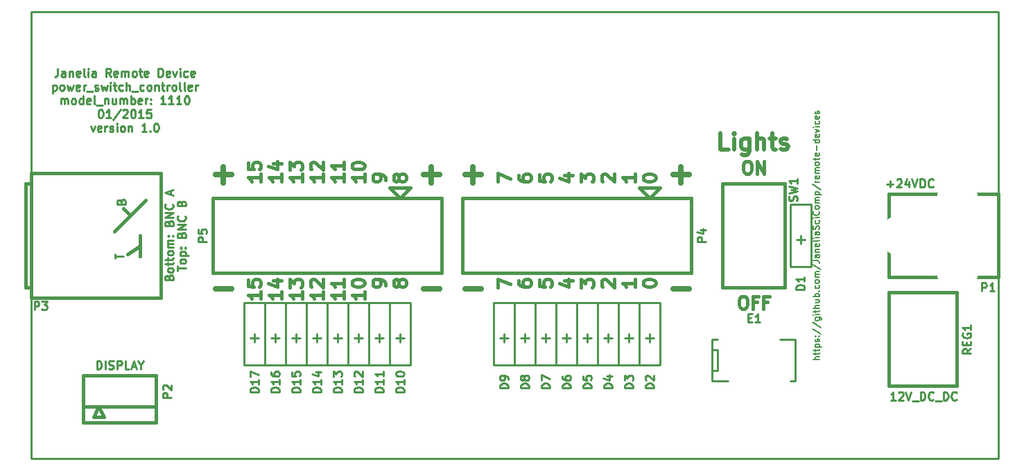
<source format=gto>
G04 #@! TF.FileFunction,Legend,Top*
%FSLAX46Y46*%
G04 Gerber Fmt 4.6, Leading zero omitted, Abs format (unit mm)*
G04 Created by KiCad (PCBNEW 0.201501052116+5352~20~ubuntu14.04.1-product) date Thu 08 Jan 2015 03:37:31 PM EST*
%MOMM*%
G01*
G04 APERTURE LIST*
%ADD10C,0.100000*%
%ADD11C,0.635000*%
%ADD12C,0.381000*%
%ADD13C,0.228600*%
%ADD14C,0.254000*%
%ADD15C,0.190500*%
%ADD16C,0.508000*%
%ADD17O,1.854200X2.540000*%
%ADD18R,1.854200X2.540000*%
%ADD19C,1.930400*%
%ADD20O,4.572000X3.556000*%
%ADD21O,4.064000X5.080000*%
%ADD22O,5.080000X3.556000*%
%ADD23O,2.540000X1.524000*%
%ADD24C,3.937000*%
%ADD25O,1.524000X2.540000*%
%ADD26O,5.080000X3.048000*%
%ADD27O,2.032000X1.524000*%
%ADD28O,1.524000X2.032000*%
%ADD29R,1.498600X2.997200*%
%ADD30R,1.524000X2.032000*%
%ADD31O,3.810000X2.540000*%
G04 APERTURE END LIST*
D10*
D11*
X115872381Y-109401429D02*
X117807619Y-109401429D01*
X171752381Y-109401429D02*
X173687619Y-109401429D01*
X146352381Y-109401429D02*
X148287619Y-109401429D01*
X146352381Y-95431429D02*
X148287619Y-95431429D01*
X147320000Y-96399048D02*
X147320000Y-94463810D01*
X171752381Y-95431429D02*
X173687619Y-95431429D01*
X172720000Y-96399048D02*
X172720000Y-94463810D01*
X115872381Y-95431429D02*
X117807619Y-95431429D01*
X116840000Y-96399048D02*
X116840000Y-94463810D01*
D12*
X167059429Y-108240286D02*
X167059429Y-109111143D01*
X167059429Y-108675715D02*
X165535429Y-108675715D01*
X165753143Y-108820858D01*
X165898286Y-108966000D01*
X165970857Y-109111143D01*
X163140571Y-109111143D02*
X163068000Y-109038572D01*
X162995429Y-108893429D01*
X162995429Y-108530572D01*
X163068000Y-108385429D01*
X163140571Y-108312858D01*
X163285714Y-108240286D01*
X163430857Y-108240286D01*
X163648571Y-108312858D01*
X164519429Y-109183715D01*
X164519429Y-108240286D01*
X160455429Y-109183715D02*
X160455429Y-108240286D01*
X161036000Y-108748286D01*
X161036000Y-108530572D01*
X161108571Y-108385429D01*
X161181143Y-108312858D01*
X161326286Y-108240286D01*
X161689143Y-108240286D01*
X161834286Y-108312858D01*
X161906857Y-108385429D01*
X161979429Y-108530572D01*
X161979429Y-108966000D01*
X161906857Y-109111143D01*
X161834286Y-109183715D01*
X158423429Y-108385429D02*
X159439429Y-108385429D01*
X157842857Y-108748286D02*
X158931429Y-109111143D01*
X158931429Y-108167715D01*
X155375429Y-108312858D02*
X155375429Y-109038572D01*
X156101143Y-109111143D01*
X156028571Y-109038572D01*
X155956000Y-108893429D01*
X155956000Y-108530572D01*
X156028571Y-108385429D01*
X156101143Y-108312858D01*
X156246286Y-108240286D01*
X156609143Y-108240286D01*
X156754286Y-108312858D01*
X156826857Y-108385429D01*
X156899429Y-108530572D01*
X156899429Y-108893429D01*
X156826857Y-109038572D01*
X156754286Y-109111143D01*
X152835429Y-108385429D02*
X152835429Y-108675715D01*
X152908000Y-108820858D01*
X152980571Y-108893429D01*
X153198286Y-109038572D01*
X153488571Y-109111143D01*
X154069143Y-109111143D01*
X154214286Y-109038572D01*
X154286857Y-108966000D01*
X154359429Y-108820858D01*
X154359429Y-108530572D01*
X154286857Y-108385429D01*
X154214286Y-108312858D01*
X154069143Y-108240286D01*
X153706286Y-108240286D01*
X153561143Y-108312858D01*
X153488571Y-108385429D01*
X153416000Y-108530572D01*
X153416000Y-108820858D01*
X153488571Y-108966000D01*
X153561143Y-109038572D01*
X153706286Y-109111143D01*
X150295429Y-109183715D02*
X150295429Y-108167715D01*
X151819429Y-108820858D01*
X138248571Y-108820858D02*
X138176000Y-108966000D01*
X138103429Y-109038572D01*
X137958286Y-109111143D01*
X137885714Y-109111143D01*
X137740571Y-109038572D01*
X137668000Y-108966000D01*
X137595429Y-108820858D01*
X137595429Y-108530572D01*
X137668000Y-108385429D01*
X137740571Y-108312858D01*
X137885714Y-108240286D01*
X137958286Y-108240286D01*
X138103429Y-108312858D01*
X138176000Y-108385429D01*
X138248571Y-108530572D01*
X138248571Y-108820858D01*
X138321143Y-108966000D01*
X138393714Y-109038572D01*
X138538857Y-109111143D01*
X138829143Y-109111143D01*
X138974286Y-109038572D01*
X139046857Y-108966000D01*
X139119429Y-108820858D01*
X139119429Y-108530572D01*
X139046857Y-108385429D01*
X138974286Y-108312858D01*
X138829143Y-108240286D01*
X138538857Y-108240286D01*
X138393714Y-108312858D01*
X138321143Y-108385429D01*
X138248571Y-108530572D01*
X136579429Y-108966000D02*
X136579429Y-108675715D01*
X136506857Y-108530572D01*
X136434286Y-108458000D01*
X136216571Y-108312858D01*
X135926286Y-108240286D01*
X135345714Y-108240286D01*
X135200571Y-108312858D01*
X135128000Y-108385429D01*
X135055429Y-108530572D01*
X135055429Y-108820858D01*
X135128000Y-108966000D01*
X135200571Y-109038572D01*
X135345714Y-109111143D01*
X135708571Y-109111143D01*
X135853714Y-109038572D01*
X135926286Y-108966000D01*
X135998857Y-108820858D01*
X135998857Y-108530572D01*
X135926286Y-108385429D01*
X135853714Y-108312858D01*
X135708571Y-108240286D01*
X134039429Y-109691715D02*
X134039429Y-110562572D01*
X134039429Y-110127144D02*
X132515429Y-110127144D01*
X132733143Y-110272287D01*
X132878286Y-110417429D01*
X132950857Y-110562572D01*
X132515429Y-108748286D02*
X132515429Y-108603143D01*
X132588000Y-108458000D01*
X132660571Y-108385429D01*
X132805714Y-108312858D01*
X133096000Y-108240286D01*
X133458857Y-108240286D01*
X133749143Y-108312858D01*
X133894286Y-108385429D01*
X133966857Y-108458000D01*
X134039429Y-108603143D01*
X134039429Y-108748286D01*
X133966857Y-108893429D01*
X133894286Y-108966000D01*
X133749143Y-109038572D01*
X133458857Y-109111143D01*
X133096000Y-109111143D01*
X132805714Y-109038572D01*
X132660571Y-108966000D01*
X132588000Y-108893429D01*
X132515429Y-108748286D01*
X131499429Y-109691715D02*
X131499429Y-110562572D01*
X131499429Y-110127144D02*
X129975429Y-110127144D01*
X130193143Y-110272287D01*
X130338286Y-110417429D01*
X130410857Y-110562572D01*
X131499429Y-108240286D02*
X131499429Y-109111143D01*
X131499429Y-108675715D02*
X129975429Y-108675715D01*
X130193143Y-108820858D01*
X130338286Y-108966000D01*
X130410857Y-109111143D01*
X128959429Y-109691715D02*
X128959429Y-110562572D01*
X128959429Y-110127144D02*
X127435429Y-110127144D01*
X127653143Y-110272287D01*
X127798286Y-110417429D01*
X127870857Y-110562572D01*
X127580571Y-109111143D02*
X127508000Y-109038572D01*
X127435429Y-108893429D01*
X127435429Y-108530572D01*
X127508000Y-108385429D01*
X127580571Y-108312858D01*
X127725714Y-108240286D01*
X127870857Y-108240286D01*
X128088571Y-108312858D01*
X128959429Y-109183715D01*
X128959429Y-108240286D01*
X126419429Y-109691715D02*
X126419429Y-110562572D01*
X126419429Y-110127144D02*
X124895429Y-110127144D01*
X125113143Y-110272287D01*
X125258286Y-110417429D01*
X125330857Y-110562572D01*
X124895429Y-109183715D02*
X124895429Y-108240286D01*
X125476000Y-108748286D01*
X125476000Y-108530572D01*
X125548571Y-108385429D01*
X125621143Y-108312858D01*
X125766286Y-108240286D01*
X126129143Y-108240286D01*
X126274286Y-108312858D01*
X126346857Y-108385429D01*
X126419429Y-108530572D01*
X126419429Y-108966000D01*
X126346857Y-109111143D01*
X126274286Y-109183715D01*
X123879429Y-109691715D02*
X123879429Y-110562572D01*
X123879429Y-110127144D02*
X122355429Y-110127144D01*
X122573143Y-110272287D01*
X122718286Y-110417429D01*
X122790857Y-110562572D01*
X122863429Y-108385429D02*
X123879429Y-108385429D01*
X122282857Y-108748286D02*
X123371429Y-109111143D01*
X123371429Y-108167715D01*
X121339429Y-109691715D02*
X121339429Y-110562572D01*
X121339429Y-110127144D02*
X119815429Y-110127144D01*
X120033143Y-110272287D01*
X120178286Y-110417429D01*
X120250857Y-110562572D01*
X119815429Y-108312858D02*
X119815429Y-109038572D01*
X120541143Y-109111143D01*
X120468571Y-109038572D01*
X120396000Y-108893429D01*
X120396000Y-108530572D01*
X120468571Y-108385429D01*
X120541143Y-108312858D01*
X120686286Y-108240286D01*
X121049143Y-108240286D01*
X121194286Y-108312858D01*
X121266857Y-108385429D01*
X121339429Y-108530572D01*
X121339429Y-108893429D01*
X121266857Y-109038572D01*
X121194286Y-109111143D01*
X168075429Y-108748286D02*
X168075429Y-108603143D01*
X168148000Y-108458000D01*
X168220571Y-108385429D01*
X168365714Y-108312858D01*
X168656000Y-108240286D01*
X169018857Y-108240286D01*
X169309143Y-108312858D01*
X169454286Y-108385429D01*
X169526857Y-108458000D01*
X169599429Y-108603143D01*
X169599429Y-108748286D01*
X169526857Y-108893429D01*
X169454286Y-108966000D01*
X169309143Y-109038572D01*
X169018857Y-109111143D01*
X168656000Y-109111143D01*
X168365714Y-109038572D01*
X168220571Y-108966000D01*
X168148000Y-108893429D01*
X168075429Y-108748286D01*
X163140571Y-96229714D02*
X163068000Y-96157143D01*
X162995429Y-96012000D01*
X162995429Y-95649143D01*
X163068000Y-95504000D01*
X163140571Y-95431429D01*
X163285714Y-95358857D01*
X163430857Y-95358857D01*
X163648571Y-95431429D01*
X164519429Y-96302286D01*
X164519429Y-95358857D01*
X160455429Y-96302286D02*
X160455429Y-95358857D01*
X161036000Y-95866857D01*
X161036000Y-95649143D01*
X161108571Y-95504000D01*
X161181143Y-95431429D01*
X161326286Y-95358857D01*
X161689143Y-95358857D01*
X161834286Y-95431429D01*
X161906857Y-95504000D01*
X161979429Y-95649143D01*
X161979429Y-96084571D01*
X161906857Y-96229714D01*
X161834286Y-96302286D01*
X158423429Y-95504000D02*
X159439429Y-95504000D01*
X157842857Y-95866857D02*
X158931429Y-96229714D01*
X158931429Y-95286286D01*
X155375429Y-95431429D02*
X155375429Y-96157143D01*
X156101143Y-96229714D01*
X156028571Y-96157143D01*
X155956000Y-96012000D01*
X155956000Y-95649143D01*
X156028571Y-95504000D01*
X156101143Y-95431429D01*
X156246286Y-95358857D01*
X156609143Y-95358857D01*
X156754286Y-95431429D01*
X156826857Y-95504000D01*
X156899429Y-95649143D01*
X156899429Y-96012000D01*
X156826857Y-96157143D01*
X156754286Y-96229714D01*
X152835429Y-95504000D02*
X152835429Y-95794286D01*
X152908000Y-95939429D01*
X152980571Y-96012000D01*
X153198286Y-96157143D01*
X153488571Y-96229714D01*
X154069143Y-96229714D01*
X154214286Y-96157143D01*
X154286857Y-96084571D01*
X154359429Y-95939429D01*
X154359429Y-95649143D01*
X154286857Y-95504000D01*
X154214286Y-95431429D01*
X154069143Y-95358857D01*
X153706286Y-95358857D01*
X153561143Y-95431429D01*
X153488571Y-95504000D01*
X153416000Y-95649143D01*
X153416000Y-95939429D01*
X153488571Y-96084571D01*
X153561143Y-96157143D01*
X153706286Y-96229714D01*
X150295429Y-96302286D02*
X150295429Y-95286286D01*
X151819429Y-95939429D01*
X138248571Y-95939429D02*
X138176000Y-96084571D01*
X138103429Y-96157143D01*
X137958286Y-96229714D01*
X137885714Y-96229714D01*
X137740571Y-96157143D01*
X137668000Y-96084571D01*
X137595429Y-95939429D01*
X137595429Y-95649143D01*
X137668000Y-95504000D01*
X137740571Y-95431429D01*
X137885714Y-95358857D01*
X137958286Y-95358857D01*
X138103429Y-95431429D01*
X138176000Y-95504000D01*
X138248571Y-95649143D01*
X138248571Y-95939429D01*
X138321143Y-96084571D01*
X138393714Y-96157143D01*
X138538857Y-96229714D01*
X138829143Y-96229714D01*
X138974286Y-96157143D01*
X139046857Y-96084571D01*
X139119429Y-95939429D01*
X139119429Y-95649143D01*
X139046857Y-95504000D01*
X138974286Y-95431429D01*
X138829143Y-95358857D01*
X138538857Y-95358857D01*
X138393714Y-95431429D01*
X138321143Y-95504000D01*
X138248571Y-95649143D01*
X136579429Y-96084571D02*
X136579429Y-95794286D01*
X136506857Y-95649143D01*
X136434286Y-95576571D01*
X136216571Y-95431429D01*
X135926286Y-95358857D01*
X135345714Y-95358857D01*
X135200571Y-95431429D01*
X135128000Y-95504000D01*
X135055429Y-95649143D01*
X135055429Y-95939429D01*
X135128000Y-96084571D01*
X135200571Y-96157143D01*
X135345714Y-96229714D01*
X135708571Y-96229714D01*
X135853714Y-96157143D01*
X135926286Y-96084571D01*
X135998857Y-95939429D01*
X135998857Y-95649143D01*
X135926286Y-95504000D01*
X135853714Y-95431429D01*
X135708571Y-95358857D01*
X134039429Y-95358857D02*
X134039429Y-96229714D01*
X134039429Y-95794286D02*
X132515429Y-95794286D01*
X132733143Y-95939429D01*
X132878286Y-96084571D01*
X132950857Y-96229714D01*
X132515429Y-94415428D02*
X132515429Y-94270285D01*
X132588000Y-94125142D01*
X132660571Y-94052571D01*
X132805714Y-93980000D01*
X133096000Y-93907428D01*
X133458857Y-93907428D01*
X133749143Y-93980000D01*
X133894286Y-94052571D01*
X133966857Y-94125142D01*
X134039429Y-94270285D01*
X134039429Y-94415428D01*
X133966857Y-94560571D01*
X133894286Y-94633142D01*
X133749143Y-94705714D01*
X133458857Y-94778285D01*
X133096000Y-94778285D01*
X132805714Y-94705714D01*
X132660571Y-94633142D01*
X132588000Y-94560571D01*
X132515429Y-94415428D01*
X131499429Y-95358857D02*
X131499429Y-96229714D01*
X131499429Y-95794286D02*
X129975429Y-95794286D01*
X130193143Y-95939429D01*
X130338286Y-96084571D01*
X130410857Y-96229714D01*
X131499429Y-93907428D02*
X131499429Y-94778285D01*
X131499429Y-94342857D02*
X129975429Y-94342857D01*
X130193143Y-94488000D01*
X130338286Y-94633142D01*
X130410857Y-94778285D01*
X128959429Y-95358857D02*
X128959429Y-96229714D01*
X128959429Y-95794286D02*
X127435429Y-95794286D01*
X127653143Y-95939429D01*
X127798286Y-96084571D01*
X127870857Y-96229714D01*
X127580571Y-94778285D02*
X127508000Y-94705714D01*
X127435429Y-94560571D01*
X127435429Y-94197714D01*
X127508000Y-94052571D01*
X127580571Y-93980000D01*
X127725714Y-93907428D01*
X127870857Y-93907428D01*
X128088571Y-93980000D01*
X128959429Y-94850857D01*
X128959429Y-93907428D01*
X126419429Y-95358857D02*
X126419429Y-96229714D01*
X126419429Y-95794286D02*
X124895429Y-95794286D01*
X125113143Y-95939429D01*
X125258286Y-96084571D01*
X125330857Y-96229714D01*
X124895429Y-94850857D02*
X124895429Y-93907428D01*
X125476000Y-94415428D01*
X125476000Y-94197714D01*
X125548571Y-94052571D01*
X125621143Y-93980000D01*
X125766286Y-93907428D01*
X126129143Y-93907428D01*
X126274286Y-93980000D01*
X126346857Y-94052571D01*
X126419429Y-94197714D01*
X126419429Y-94633142D01*
X126346857Y-94778285D01*
X126274286Y-94850857D01*
X123879429Y-95358857D02*
X123879429Y-96229714D01*
X123879429Y-95794286D02*
X122355429Y-95794286D01*
X122573143Y-95939429D01*
X122718286Y-96084571D01*
X122790857Y-96229714D01*
X122863429Y-94052571D02*
X123879429Y-94052571D01*
X122282857Y-94415428D02*
X123371429Y-94778285D01*
X123371429Y-93834857D01*
X121339429Y-95358857D02*
X121339429Y-96229714D01*
X121339429Y-95794286D02*
X119815429Y-95794286D01*
X120033143Y-95939429D01*
X120178286Y-96084571D01*
X120250857Y-96229714D01*
X119815429Y-93980000D02*
X119815429Y-94705714D01*
X120541143Y-94778285D01*
X120468571Y-94705714D01*
X120396000Y-94560571D01*
X120396000Y-94197714D01*
X120468571Y-94052571D01*
X120541143Y-93980000D01*
X120686286Y-93907428D01*
X121049143Y-93907428D01*
X121194286Y-93980000D01*
X121266857Y-94052571D01*
X121339429Y-94197714D01*
X121339429Y-94560571D01*
X121266857Y-94705714D01*
X121194286Y-94778285D01*
X167059429Y-95358857D02*
X167059429Y-96229714D01*
X167059429Y-95794286D02*
X165535429Y-95794286D01*
X165753143Y-95939429D01*
X165898286Y-96084571D01*
X165970857Y-96229714D01*
X168075429Y-95866857D02*
X168075429Y-95721714D01*
X168148000Y-95576571D01*
X168220571Y-95504000D01*
X168365714Y-95431429D01*
X168656000Y-95358857D01*
X169018857Y-95358857D01*
X169309143Y-95431429D01*
X169454286Y-95504000D01*
X169526857Y-95576571D01*
X169599429Y-95721714D01*
X169599429Y-95866857D01*
X169526857Y-96012000D01*
X169454286Y-96084571D01*
X169309143Y-96157143D01*
X169018857Y-96229714D01*
X168656000Y-96229714D01*
X168365714Y-96157143D01*
X168220571Y-96084571D01*
X168148000Y-96012000D01*
X168075429Y-95866857D01*
D11*
X141272381Y-109401429D02*
X143207619Y-109401429D01*
X141272381Y-95431429D02*
X143207619Y-95431429D01*
X142240000Y-96399048D02*
X142240000Y-94463810D01*
D13*
X211455000Y-75565000D02*
X93345000Y-75565000D01*
X211455000Y-130175000D02*
X211455000Y-75565000D01*
X93345000Y-130175000D02*
X211455000Y-130175000D01*
X93345000Y-75565000D02*
X93345000Y-130175000D01*
D14*
X198894095Y-123014619D02*
X198313524Y-123014619D01*
X198603810Y-123014619D02*
X198603810Y-121998619D01*
X198507048Y-122143762D01*
X198410286Y-122240524D01*
X198313524Y-122288905D01*
X199281143Y-122095381D02*
X199329524Y-122047000D01*
X199426286Y-121998619D01*
X199668190Y-121998619D01*
X199764952Y-122047000D01*
X199813333Y-122095381D01*
X199861714Y-122192143D01*
X199861714Y-122288905D01*
X199813333Y-122434048D01*
X199232762Y-123014619D01*
X199861714Y-123014619D01*
X200152000Y-121998619D02*
X200490667Y-123014619D01*
X200829333Y-121998619D01*
X200926095Y-123111381D02*
X201700190Y-123111381D01*
X201942095Y-123014619D02*
X201942095Y-121998619D01*
X202184000Y-121998619D01*
X202329142Y-122047000D01*
X202425904Y-122143762D01*
X202474285Y-122240524D01*
X202522666Y-122434048D01*
X202522666Y-122579190D01*
X202474285Y-122772714D01*
X202425904Y-122869476D01*
X202329142Y-122966238D01*
X202184000Y-123014619D01*
X201942095Y-123014619D01*
X203538666Y-122917857D02*
X203490285Y-122966238D01*
X203345142Y-123014619D01*
X203248380Y-123014619D01*
X203103238Y-122966238D01*
X203006476Y-122869476D01*
X202958095Y-122772714D01*
X202909714Y-122579190D01*
X202909714Y-122434048D01*
X202958095Y-122240524D01*
X203006476Y-122143762D01*
X203103238Y-122047000D01*
X203248380Y-121998619D01*
X203345142Y-121998619D01*
X203490285Y-122047000D01*
X203538666Y-122095381D01*
X203732190Y-123111381D02*
X204506285Y-123111381D01*
X204748190Y-123014619D02*
X204748190Y-121998619D01*
X204990095Y-121998619D01*
X205135237Y-122047000D01*
X205231999Y-122143762D01*
X205280380Y-122240524D01*
X205328761Y-122434048D01*
X205328761Y-122579190D01*
X205280380Y-122772714D01*
X205231999Y-122869476D01*
X205135237Y-122966238D01*
X204990095Y-123014619D01*
X204748190Y-123014619D01*
X206344761Y-122917857D02*
X206296380Y-122966238D01*
X206151237Y-123014619D01*
X206054475Y-123014619D01*
X205909333Y-122966238D01*
X205812571Y-122869476D01*
X205764190Y-122772714D01*
X205715809Y-122579190D01*
X205715809Y-122434048D01*
X205764190Y-122240524D01*
X205812571Y-122143762D01*
X205909333Y-122047000D01*
X206054475Y-121998619D01*
X206151237Y-121998619D01*
X206296380Y-122047000D01*
X206344761Y-122095381D01*
X197853905Y-96592571D02*
X198628000Y-96592571D01*
X198240952Y-96979619D02*
X198240952Y-96205524D01*
X199063429Y-96060381D02*
X199111810Y-96012000D01*
X199208572Y-95963619D01*
X199450476Y-95963619D01*
X199547238Y-96012000D01*
X199595619Y-96060381D01*
X199644000Y-96157143D01*
X199644000Y-96253905D01*
X199595619Y-96399048D01*
X199015048Y-96979619D01*
X199644000Y-96979619D01*
X200514857Y-96302286D02*
X200514857Y-96979619D01*
X200272953Y-95915238D02*
X200031048Y-96640952D01*
X200660000Y-96640952D01*
X200901905Y-95963619D02*
X201240572Y-96979619D01*
X201579238Y-95963619D01*
X201917905Y-96979619D02*
X201917905Y-95963619D01*
X202159810Y-95963619D01*
X202304952Y-96012000D01*
X202401714Y-96108762D01*
X202450095Y-96205524D01*
X202498476Y-96399048D01*
X202498476Y-96544190D01*
X202450095Y-96737714D01*
X202401714Y-96834476D01*
X202304952Y-96931238D01*
X202159810Y-96979619D01*
X201917905Y-96979619D01*
X203514476Y-96882857D02*
X203466095Y-96931238D01*
X203320952Y-96979619D01*
X203224190Y-96979619D01*
X203079048Y-96931238D01*
X202982286Y-96834476D01*
X202933905Y-96737714D01*
X202885524Y-96544190D01*
X202885524Y-96399048D01*
X202933905Y-96205524D01*
X202982286Y-96108762D01*
X203079048Y-96012000D01*
X203224190Y-95963619D01*
X203320952Y-95963619D01*
X203466095Y-96012000D01*
X203514476Y-96060381D01*
X101358096Y-119204619D02*
X101358096Y-118188619D01*
X101600001Y-118188619D01*
X101745143Y-118237000D01*
X101841905Y-118333762D01*
X101890286Y-118430524D01*
X101938667Y-118624048D01*
X101938667Y-118769190D01*
X101890286Y-118962714D01*
X101841905Y-119059476D01*
X101745143Y-119156238D01*
X101600001Y-119204619D01*
X101358096Y-119204619D01*
X102374096Y-119204619D02*
X102374096Y-118188619D01*
X102809525Y-119156238D02*
X102954668Y-119204619D01*
X103196572Y-119204619D01*
X103293334Y-119156238D01*
X103341715Y-119107857D01*
X103390096Y-119011095D01*
X103390096Y-118914333D01*
X103341715Y-118817571D01*
X103293334Y-118769190D01*
X103196572Y-118720810D01*
X103003049Y-118672429D01*
X102906287Y-118624048D01*
X102857906Y-118575667D01*
X102809525Y-118478905D01*
X102809525Y-118382143D01*
X102857906Y-118285381D01*
X102906287Y-118237000D01*
X103003049Y-118188619D01*
X103244953Y-118188619D01*
X103390096Y-118237000D01*
X103825525Y-119204619D02*
X103825525Y-118188619D01*
X104212572Y-118188619D01*
X104309334Y-118237000D01*
X104357715Y-118285381D01*
X104406096Y-118382143D01*
X104406096Y-118527286D01*
X104357715Y-118624048D01*
X104309334Y-118672429D01*
X104212572Y-118720810D01*
X103825525Y-118720810D01*
X105325334Y-119204619D02*
X104841525Y-119204619D01*
X104841525Y-118188619D01*
X105615620Y-118914333D02*
X106099429Y-118914333D01*
X105518858Y-119204619D02*
X105857525Y-118188619D01*
X106196191Y-119204619D01*
X106728382Y-118720810D02*
X106728382Y-119204619D01*
X106389715Y-118188619D02*
X106728382Y-118720810D01*
X107067048Y-118188619D01*
D15*
X189574714Y-118055575D02*
X188812714Y-118055575D01*
X189574714Y-117729004D02*
X189175571Y-117729004D01*
X189103000Y-117765290D01*
X189066714Y-117837861D01*
X189066714Y-117946718D01*
X189103000Y-118019290D01*
X189139286Y-118055575D01*
X189066714Y-117475004D02*
X189066714Y-117184718D01*
X188812714Y-117366146D02*
X189465857Y-117366146D01*
X189538429Y-117329861D01*
X189574714Y-117257289D01*
X189574714Y-117184718D01*
X189066714Y-117039575D02*
X189066714Y-116749289D01*
X188812714Y-116930717D02*
X189465857Y-116930717D01*
X189538429Y-116894432D01*
X189574714Y-116821860D01*
X189574714Y-116749289D01*
X189066714Y-116495288D02*
X189828714Y-116495288D01*
X189103000Y-116495288D02*
X189066714Y-116422717D01*
X189066714Y-116277574D01*
X189103000Y-116205003D01*
X189139286Y-116168717D01*
X189211857Y-116132431D01*
X189429571Y-116132431D01*
X189502143Y-116168717D01*
X189538429Y-116205003D01*
X189574714Y-116277574D01*
X189574714Y-116422717D01*
X189538429Y-116495288D01*
X189538429Y-115842145D02*
X189574714Y-115769574D01*
X189574714Y-115624431D01*
X189538429Y-115551859D01*
X189465857Y-115515574D01*
X189429571Y-115515574D01*
X189357000Y-115551859D01*
X189320714Y-115624431D01*
X189320714Y-115733288D01*
X189284429Y-115805859D01*
X189211857Y-115842145D01*
X189175571Y-115842145D01*
X189103000Y-115805859D01*
X189066714Y-115733288D01*
X189066714Y-115624431D01*
X189103000Y-115551859D01*
X189502143Y-115189002D02*
X189538429Y-115152717D01*
X189574714Y-115189002D01*
X189538429Y-115225288D01*
X189502143Y-115189002D01*
X189574714Y-115189002D01*
X189103000Y-115189002D02*
X189139286Y-115152717D01*
X189175571Y-115189002D01*
X189139286Y-115225288D01*
X189103000Y-115189002D01*
X189175571Y-115189002D01*
X188776429Y-114281860D02*
X189756143Y-114935003D01*
X188776429Y-113483574D02*
X189756143Y-114136717D01*
X189066714Y-112903002D02*
X189683571Y-112903002D01*
X189756143Y-112939288D01*
X189792429Y-112975573D01*
X189828714Y-113048145D01*
X189828714Y-113157002D01*
X189792429Y-113229573D01*
X189538429Y-112903002D02*
X189574714Y-112975573D01*
X189574714Y-113120716D01*
X189538429Y-113193288D01*
X189502143Y-113229573D01*
X189429571Y-113265859D01*
X189211857Y-113265859D01*
X189139286Y-113229573D01*
X189103000Y-113193288D01*
X189066714Y-113120716D01*
X189066714Y-112975573D01*
X189103000Y-112903002D01*
X189574714Y-112540144D02*
X189066714Y-112540144D01*
X188812714Y-112540144D02*
X188849000Y-112576430D01*
X188885286Y-112540144D01*
X188849000Y-112503859D01*
X188812714Y-112540144D01*
X188885286Y-112540144D01*
X189066714Y-112286145D02*
X189066714Y-111995859D01*
X188812714Y-112177287D02*
X189465857Y-112177287D01*
X189538429Y-112141002D01*
X189574714Y-112068430D01*
X189574714Y-111995859D01*
X189574714Y-111741858D02*
X188812714Y-111741858D01*
X189574714Y-111415287D02*
X189175571Y-111415287D01*
X189103000Y-111451573D01*
X189066714Y-111524144D01*
X189066714Y-111633001D01*
X189103000Y-111705573D01*
X189139286Y-111741858D01*
X189066714Y-110725858D02*
X189574714Y-110725858D01*
X189066714Y-111052429D02*
X189465857Y-111052429D01*
X189538429Y-111016144D01*
X189574714Y-110943572D01*
X189574714Y-110834715D01*
X189538429Y-110762144D01*
X189502143Y-110725858D01*
X189574714Y-110363000D02*
X188812714Y-110363000D01*
X189103000Y-110363000D02*
X189066714Y-110290429D01*
X189066714Y-110145286D01*
X189103000Y-110072715D01*
X189139286Y-110036429D01*
X189211857Y-110000143D01*
X189429571Y-110000143D01*
X189502143Y-110036429D01*
X189538429Y-110072715D01*
X189574714Y-110145286D01*
X189574714Y-110290429D01*
X189538429Y-110363000D01*
X189502143Y-109673571D02*
X189538429Y-109637286D01*
X189574714Y-109673571D01*
X189538429Y-109709857D01*
X189502143Y-109673571D01*
X189574714Y-109673571D01*
X189538429Y-108984143D02*
X189574714Y-109056714D01*
X189574714Y-109201857D01*
X189538429Y-109274429D01*
X189502143Y-109310714D01*
X189429571Y-109347000D01*
X189211857Y-109347000D01*
X189139286Y-109310714D01*
X189103000Y-109274429D01*
X189066714Y-109201857D01*
X189066714Y-109056714D01*
X189103000Y-108984143D01*
X189574714Y-108548714D02*
X189538429Y-108621286D01*
X189502143Y-108657571D01*
X189429571Y-108693857D01*
X189211857Y-108693857D01*
X189139286Y-108657571D01*
X189103000Y-108621286D01*
X189066714Y-108548714D01*
X189066714Y-108439857D01*
X189103000Y-108367286D01*
X189139286Y-108331000D01*
X189211857Y-108294714D01*
X189429571Y-108294714D01*
X189502143Y-108331000D01*
X189538429Y-108367286D01*
X189574714Y-108439857D01*
X189574714Y-108548714D01*
X189574714Y-107968142D02*
X189066714Y-107968142D01*
X189139286Y-107968142D02*
X189103000Y-107931857D01*
X189066714Y-107859285D01*
X189066714Y-107750428D01*
X189103000Y-107677857D01*
X189175571Y-107641571D01*
X189574714Y-107641571D01*
X189175571Y-107641571D02*
X189103000Y-107605285D01*
X189066714Y-107532714D01*
X189066714Y-107423857D01*
X189103000Y-107351285D01*
X189175571Y-107315000D01*
X189574714Y-107315000D01*
X188776429Y-106407857D02*
X189756143Y-107061000D01*
X188812714Y-105936142D02*
X189357000Y-105936142D01*
X189465857Y-105972428D01*
X189538429Y-106044999D01*
X189574714Y-106153856D01*
X189574714Y-106226428D01*
X189574714Y-105246714D02*
X189175571Y-105246714D01*
X189103000Y-105283000D01*
X189066714Y-105355571D01*
X189066714Y-105500714D01*
X189103000Y-105573285D01*
X189538429Y-105246714D02*
X189574714Y-105319285D01*
X189574714Y-105500714D01*
X189538429Y-105573285D01*
X189465857Y-105609571D01*
X189393286Y-105609571D01*
X189320714Y-105573285D01*
X189284429Y-105500714D01*
X189284429Y-105319285D01*
X189248143Y-105246714D01*
X189066714Y-104883856D02*
X189574714Y-104883856D01*
X189139286Y-104883856D02*
X189103000Y-104847571D01*
X189066714Y-104774999D01*
X189066714Y-104666142D01*
X189103000Y-104593571D01*
X189175571Y-104557285D01*
X189574714Y-104557285D01*
X189538429Y-103904142D02*
X189574714Y-103976713D01*
X189574714Y-104121856D01*
X189538429Y-104194427D01*
X189465857Y-104230713D01*
X189175571Y-104230713D01*
X189103000Y-104194427D01*
X189066714Y-104121856D01*
X189066714Y-103976713D01*
X189103000Y-103904142D01*
X189175571Y-103867856D01*
X189248143Y-103867856D01*
X189320714Y-104230713D01*
X189574714Y-103432427D02*
X189538429Y-103504999D01*
X189465857Y-103541284D01*
X188812714Y-103541284D01*
X189574714Y-103142141D02*
X189066714Y-103142141D01*
X188812714Y-103142141D02*
X188849000Y-103178427D01*
X188885286Y-103142141D01*
X188849000Y-103105856D01*
X188812714Y-103142141D01*
X188885286Y-103142141D01*
X189574714Y-102452713D02*
X189175571Y-102452713D01*
X189103000Y-102488999D01*
X189066714Y-102561570D01*
X189066714Y-102706713D01*
X189103000Y-102779284D01*
X189538429Y-102452713D02*
X189574714Y-102525284D01*
X189574714Y-102706713D01*
X189538429Y-102779284D01*
X189465857Y-102815570D01*
X189393286Y-102815570D01*
X189320714Y-102779284D01*
X189284429Y-102706713D01*
X189284429Y-102525284D01*
X189248143Y-102452713D01*
X189538429Y-102126141D02*
X189574714Y-102017284D01*
X189574714Y-101835855D01*
X189538429Y-101763284D01*
X189502143Y-101726998D01*
X189429571Y-101690713D01*
X189357000Y-101690713D01*
X189284429Y-101726998D01*
X189248143Y-101763284D01*
X189211857Y-101835855D01*
X189175571Y-101980998D01*
X189139286Y-102053570D01*
X189103000Y-102089855D01*
X189030429Y-102126141D01*
X188957857Y-102126141D01*
X188885286Y-102089855D01*
X188849000Y-102053570D01*
X188812714Y-101980998D01*
X188812714Y-101799570D01*
X188849000Y-101690713D01*
X189538429Y-101037570D02*
X189574714Y-101110141D01*
X189574714Y-101255284D01*
X189538429Y-101327856D01*
X189502143Y-101364141D01*
X189429571Y-101400427D01*
X189211857Y-101400427D01*
X189139286Y-101364141D01*
X189103000Y-101327856D01*
X189066714Y-101255284D01*
X189066714Y-101110141D01*
X189103000Y-101037570D01*
X189574714Y-100710998D02*
X189066714Y-100710998D01*
X188812714Y-100710998D02*
X188849000Y-100747284D01*
X188885286Y-100710998D01*
X188849000Y-100674713D01*
X188812714Y-100710998D01*
X188885286Y-100710998D01*
X189502143Y-99912713D02*
X189538429Y-99948999D01*
X189574714Y-100057856D01*
X189574714Y-100130427D01*
X189538429Y-100239284D01*
X189465857Y-100311856D01*
X189393286Y-100348141D01*
X189248143Y-100384427D01*
X189139286Y-100384427D01*
X188994143Y-100348141D01*
X188921571Y-100311856D01*
X188849000Y-100239284D01*
X188812714Y-100130427D01*
X188812714Y-100057856D01*
X188849000Y-99948999D01*
X188885286Y-99912713D01*
X189574714Y-99477284D02*
X189538429Y-99549856D01*
X189502143Y-99586141D01*
X189429571Y-99622427D01*
X189211857Y-99622427D01*
X189139286Y-99586141D01*
X189103000Y-99549856D01*
X189066714Y-99477284D01*
X189066714Y-99368427D01*
X189103000Y-99295856D01*
X189139286Y-99259570D01*
X189211857Y-99223284D01*
X189429571Y-99223284D01*
X189502143Y-99259570D01*
X189538429Y-99295856D01*
X189574714Y-99368427D01*
X189574714Y-99477284D01*
X189574714Y-98896712D02*
X189066714Y-98896712D01*
X189139286Y-98896712D02*
X189103000Y-98860427D01*
X189066714Y-98787855D01*
X189066714Y-98678998D01*
X189103000Y-98606427D01*
X189175571Y-98570141D01*
X189574714Y-98570141D01*
X189175571Y-98570141D02*
X189103000Y-98533855D01*
X189066714Y-98461284D01*
X189066714Y-98352427D01*
X189103000Y-98279855D01*
X189175571Y-98243570D01*
X189574714Y-98243570D01*
X189066714Y-97880712D02*
X189828714Y-97880712D01*
X189103000Y-97880712D02*
X189066714Y-97808141D01*
X189066714Y-97662998D01*
X189103000Y-97590427D01*
X189139286Y-97554141D01*
X189211857Y-97517855D01*
X189429571Y-97517855D01*
X189502143Y-97554141D01*
X189538429Y-97590427D01*
X189574714Y-97662998D01*
X189574714Y-97808141D01*
X189538429Y-97880712D01*
X188776429Y-96646998D02*
X189756143Y-97300141D01*
X189574714Y-96392997D02*
X189066714Y-96392997D01*
X189211857Y-96392997D02*
X189139286Y-96356712D01*
X189103000Y-96320426D01*
X189066714Y-96247855D01*
X189066714Y-96175283D01*
X189538429Y-95630998D02*
X189574714Y-95703569D01*
X189574714Y-95848712D01*
X189538429Y-95921283D01*
X189465857Y-95957569D01*
X189175571Y-95957569D01*
X189103000Y-95921283D01*
X189066714Y-95848712D01*
X189066714Y-95703569D01*
X189103000Y-95630998D01*
X189175571Y-95594712D01*
X189248143Y-95594712D01*
X189320714Y-95957569D01*
X189574714Y-95268140D02*
X189066714Y-95268140D01*
X189139286Y-95268140D02*
X189103000Y-95231855D01*
X189066714Y-95159283D01*
X189066714Y-95050426D01*
X189103000Y-94977855D01*
X189175571Y-94941569D01*
X189574714Y-94941569D01*
X189175571Y-94941569D02*
X189103000Y-94905283D01*
X189066714Y-94832712D01*
X189066714Y-94723855D01*
X189103000Y-94651283D01*
X189175571Y-94614998D01*
X189574714Y-94614998D01*
X189574714Y-94143283D02*
X189538429Y-94215855D01*
X189502143Y-94252140D01*
X189429571Y-94288426D01*
X189211857Y-94288426D01*
X189139286Y-94252140D01*
X189103000Y-94215855D01*
X189066714Y-94143283D01*
X189066714Y-94034426D01*
X189103000Y-93961855D01*
X189139286Y-93925569D01*
X189211857Y-93889283D01*
X189429571Y-93889283D01*
X189502143Y-93925569D01*
X189538429Y-93961855D01*
X189574714Y-94034426D01*
X189574714Y-94143283D01*
X189066714Y-93671569D02*
X189066714Y-93381283D01*
X188812714Y-93562711D02*
X189465857Y-93562711D01*
X189538429Y-93526426D01*
X189574714Y-93453854D01*
X189574714Y-93381283D01*
X189538429Y-92836997D02*
X189574714Y-92909568D01*
X189574714Y-93054711D01*
X189538429Y-93127282D01*
X189465857Y-93163568D01*
X189175571Y-93163568D01*
X189103000Y-93127282D01*
X189066714Y-93054711D01*
X189066714Y-92909568D01*
X189103000Y-92836997D01*
X189175571Y-92800711D01*
X189248143Y-92800711D01*
X189320714Y-93163568D01*
X189284429Y-92474139D02*
X189284429Y-91893568D01*
X189574714Y-91204139D02*
X188812714Y-91204139D01*
X189538429Y-91204139D02*
X189574714Y-91276710D01*
X189574714Y-91421853D01*
X189538429Y-91494425D01*
X189502143Y-91530710D01*
X189429571Y-91566996D01*
X189211857Y-91566996D01*
X189139286Y-91530710D01*
X189103000Y-91494425D01*
X189066714Y-91421853D01*
X189066714Y-91276710D01*
X189103000Y-91204139D01*
X189538429Y-90550996D02*
X189574714Y-90623567D01*
X189574714Y-90768710D01*
X189538429Y-90841281D01*
X189465857Y-90877567D01*
X189175571Y-90877567D01*
X189103000Y-90841281D01*
X189066714Y-90768710D01*
X189066714Y-90623567D01*
X189103000Y-90550996D01*
X189175571Y-90514710D01*
X189248143Y-90514710D01*
X189320714Y-90877567D01*
X189066714Y-90260710D02*
X189574714Y-90079281D01*
X189066714Y-89897853D01*
X189574714Y-89607567D02*
X189066714Y-89607567D01*
X188812714Y-89607567D02*
X188849000Y-89643853D01*
X188885286Y-89607567D01*
X188849000Y-89571282D01*
X188812714Y-89607567D01*
X188885286Y-89607567D01*
X189538429Y-88918139D02*
X189574714Y-88990710D01*
X189574714Y-89135853D01*
X189538429Y-89208425D01*
X189502143Y-89244710D01*
X189429571Y-89280996D01*
X189211857Y-89280996D01*
X189139286Y-89244710D01*
X189103000Y-89208425D01*
X189066714Y-89135853D01*
X189066714Y-88990710D01*
X189103000Y-88918139D01*
X189538429Y-88301282D02*
X189574714Y-88373853D01*
X189574714Y-88518996D01*
X189538429Y-88591567D01*
X189465857Y-88627853D01*
X189175571Y-88627853D01*
X189103000Y-88591567D01*
X189066714Y-88518996D01*
X189066714Y-88373853D01*
X189103000Y-88301282D01*
X189175571Y-88264996D01*
X189248143Y-88264996D01*
X189320714Y-88627853D01*
X189538429Y-87974710D02*
X189574714Y-87902139D01*
X189574714Y-87756996D01*
X189538429Y-87684424D01*
X189465857Y-87648139D01*
X189429571Y-87648139D01*
X189357000Y-87684424D01*
X189320714Y-87756996D01*
X189320714Y-87865853D01*
X189284429Y-87938424D01*
X189211857Y-87974710D01*
X189175571Y-87974710D01*
X189103000Y-87938424D01*
X189066714Y-87865853D01*
X189066714Y-87756996D01*
X189103000Y-87684424D01*
D14*
X96574429Y-82450819D02*
X96574429Y-83176533D01*
X96526049Y-83321676D01*
X96429287Y-83418438D01*
X96284144Y-83466819D01*
X96187382Y-83466819D01*
X97493667Y-83466819D02*
X97493667Y-82934629D01*
X97445286Y-82837867D01*
X97348524Y-82789486D01*
X97155001Y-82789486D01*
X97058239Y-82837867D01*
X97493667Y-83418438D02*
X97396905Y-83466819D01*
X97155001Y-83466819D01*
X97058239Y-83418438D01*
X97009858Y-83321676D01*
X97009858Y-83224914D01*
X97058239Y-83128152D01*
X97155001Y-83079771D01*
X97396905Y-83079771D01*
X97493667Y-83031390D01*
X97977477Y-82789486D02*
X97977477Y-83466819D01*
X97977477Y-82886248D02*
X98025858Y-82837867D01*
X98122620Y-82789486D01*
X98267762Y-82789486D01*
X98364524Y-82837867D01*
X98412905Y-82934629D01*
X98412905Y-83466819D01*
X99283762Y-83418438D02*
X99187000Y-83466819D01*
X98993477Y-83466819D01*
X98896715Y-83418438D01*
X98848334Y-83321676D01*
X98848334Y-82934629D01*
X98896715Y-82837867D01*
X98993477Y-82789486D01*
X99187000Y-82789486D01*
X99283762Y-82837867D01*
X99332143Y-82934629D01*
X99332143Y-83031390D01*
X98848334Y-83128152D01*
X99912715Y-83466819D02*
X99815953Y-83418438D01*
X99767572Y-83321676D01*
X99767572Y-82450819D01*
X100299762Y-83466819D02*
X100299762Y-82789486D01*
X100299762Y-82450819D02*
X100251381Y-82499200D01*
X100299762Y-82547581D01*
X100348143Y-82499200D01*
X100299762Y-82450819D01*
X100299762Y-82547581D01*
X101219000Y-83466819D02*
X101219000Y-82934629D01*
X101170619Y-82837867D01*
X101073857Y-82789486D01*
X100880334Y-82789486D01*
X100783572Y-82837867D01*
X101219000Y-83418438D02*
X101122238Y-83466819D01*
X100880334Y-83466819D01*
X100783572Y-83418438D01*
X100735191Y-83321676D01*
X100735191Y-83224914D01*
X100783572Y-83128152D01*
X100880334Y-83079771D01*
X101122238Y-83079771D01*
X101219000Y-83031390D01*
X103057476Y-83466819D02*
X102718810Y-82983010D01*
X102476905Y-83466819D02*
X102476905Y-82450819D01*
X102863952Y-82450819D01*
X102960714Y-82499200D01*
X103009095Y-82547581D01*
X103057476Y-82644343D01*
X103057476Y-82789486D01*
X103009095Y-82886248D01*
X102960714Y-82934629D01*
X102863952Y-82983010D01*
X102476905Y-82983010D01*
X103879952Y-83418438D02*
X103783190Y-83466819D01*
X103589667Y-83466819D01*
X103492905Y-83418438D01*
X103444524Y-83321676D01*
X103444524Y-82934629D01*
X103492905Y-82837867D01*
X103589667Y-82789486D01*
X103783190Y-82789486D01*
X103879952Y-82837867D01*
X103928333Y-82934629D01*
X103928333Y-83031390D01*
X103444524Y-83128152D01*
X104363762Y-83466819D02*
X104363762Y-82789486D01*
X104363762Y-82886248D02*
X104412143Y-82837867D01*
X104508905Y-82789486D01*
X104654047Y-82789486D01*
X104750809Y-82837867D01*
X104799190Y-82934629D01*
X104799190Y-83466819D01*
X104799190Y-82934629D02*
X104847571Y-82837867D01*
X104944333Y-82789486D01*
X105089476Y-82789486D01*
X105186238Y-82837867D01*
X105234619Y-82934629D01*
X105234619Y-83466819D01*
X105863572Y-83466819D02*
X105766810Y-83418438D01*
X105718429Y-83370057D01*
X105670048Y-83273295D01*
X105670048Y-82983010D01*
X105718429Y-82886248D01*
X105766810Y-82837867D01*
X105863572Y-82789486D01*
X106008714Y-82789486D01*
X106105476Y-82837867D01*
X106153857Y-82886248D01*
X106202238Y-82983010D01*
X106202238Y-83273295D01*
X106153857Y-83370057D01*
X106105476Y-83418438D01*
X106008714Y-83466819D01*
X105863572Y-83466819D01*
X106492524Y-82789486D02*
X106879572Y-82789486D01*
X106637667Y-82450819D02*
X106637667Y-83321676D01*
X106686048Y-83418438D01*
X106782810Y-83466819D01*
X106879572Y-83466819D01*
X107605285Y-83418438D02*
X107508523Y-83466819D01*
X107315000Y-83466819D01*
X107218238Y-83418438D01*
X107169857Y-83321676D01*
X107169857Y-82934629D01*
X107218238Y-82837867D01*
X107315000Y-82789486D01*
X107508523Y-82789486D01*
X107605285Y-82837867D01*
X107653666Y-82934629D01*
X107653666Y-83031390D01*
X107169857Y-83128152D01*
X108863190Y-83466819D02*
X108863190Y-82450819D01*
X109105095Y-82450819D01*
X109250237Y-82499200D01*
X109346999Y-82595962D01*
X109395380Y-82692724D01*
X109443761Y-82886248D01*
X109443761Y-83031390D01*
X109395380Y-83224914D01*
X109346999Y-83321676D01*
X109250237Y-83418438D01*
X109105095Y-83466819D01*
X108863190Y-83466819D01*
X110266237Y-83418438D02*
X110169475Y-83466819D01*
X109975952Y-83466819D01*
X109879190Y-83418438D01*
X109830809Y-83321676D01*
X109830809Y-82934629D01*
X109879190Y-82837867D01*
X109975952Y-82789486D01*
X110169475Y-82789486D01*
X110266237Y-82837867D01*
X110314618Y-82934629D01*
X110314618Y-83031390D01*
X109830809Y-83128152D01*
X110653285Y-82789486D02*
X110895190Y-83466819D01*
X111137094Y-82789486D01*
X111524142Y-83466819D02*
X111524142Y-82789486D01*
X111524142Y-82450819D02*
X111475761Y-82499200D01*
X111524142Y-82547581D01*
X111572523Y-82499200D01*
X111524142Y-82450819D01*
X111524142Y-82547581D01*
X112443380Y-83418438D02*
X112346618Y-83466819D01*
X112153095Y-83466819D01*
X112056333Y-83418438D01*
X112007952Y-83370057D01*
X111959571Y-83273295D01*
X111959571Y-82983010D01*
X112007952Y-82886248D01*
X112056333Y-82837867D01*
X112153095Y-82789486D01*
X112346618Y-82789486D01*
X112443380Y-82837867D01*
X113265856Y-83418438D02*
X113169094Y-83466819D01*
X112975571Y-83466819D01*
X112878809Y-83418438D01*
X112830428Y-83321676D01*
X112830428Y-82934629D01*
X112878809Y-82837867D01*
X112975571Y-82789486D01*
X113169094Y-82789486D01*
X113265856Y-82837867D01*
X113314237Y-82934629D01*
X113314237Y-83031390D01*
X112830428Y-83128152D01*
X95969669Y-84465886D02*
X95969669Y-85481886D01*
X95969669Y-84514267D02*
X96066431Y-84465886D01*
X96259954Y-84465886D01*
X96356716Y-84514267D01*
X96405097Y-84562648D01*
X96453478Y-84659410D01*
X96453478Y-84949695D01*
X96405097Y-85046457D01*
X96356716Y-85094838D01*
X96259954Y-85143219D01*
X96066431Y-85143219D01*
X95969669Y-85094838D01*
X97034050Y-85143219D02*
X96937288Y-85094838D01*
X96888907Y-85046457D01*
X96840526Y-84949695D01*
X96840526Y-84659410D01*
X96888907Y-84562648D01*
X96937288Y-84514267D01*
X97034050Y-84465886D01*
X97179192Y-84465886D01*
X97275954Y-84514267D01*
X97324335Y-84562648D01*
X97372716Y-84659410D01*
X97372716Y-84949695D01*
X97324335Y-85046457D01*
X97275954Y-85094838D01*
X97179192Y-85143219D01*
X97034050Y-85143219D01*
X97711383Y-84465886D02*
X97904907Y-85143219D01*
X98098430Y-84659410D01*
X98291954Y-85143219D01*
X98485478Y-84465886D01*
X99259573Y-85094838D02*
X99162811Y-85143219D01*
X98969288Y-85143219D01*
X98872526Y-85094838D01*
X98824145Y-84998076D01*
X98824145Y-84611029D01*
X98872526Y-84514267D01*
X98969288Y-84465886D01*
X99162811Y-84465886D01*
X99259573Y-84514267D01*
X99307954Y-84611029D01*
X99307954Y-84707790D01*
X98824145Y-84804552D01*
X99743383Y-85143219D02*
X99743383Y-84465886D01*
X99743383Y-84659410D02*
X99791764Y-84562648D01*
X99840145Y-84514267D01*
X99936907Y-84465886D01*
X100033668Y-84465886D01*
X100130430Y-85239981D02*
X100904525Y-85239981D01*
X101098049Y-85094838D02*
X101194811Y-85143219D01*
X101388335Y-85143219D01*
X101485096Y-85094838D01*
X101533477Y-84998076D01*
X101533477Y-84949695D01*
X101485096Y-84852933D01*
X101388335Y-84804552D01*
X101243192Y-84804552D01*
X101146430Y-84756171D01*
X101098049Y-84659410D01*
X101098049Y-84611029D01*
X101146430Y-84514267D01*
X101243192Y-84465886D01*
X101388335Y-84465886D01*
X101485096Y-84514267D01*
X101872144Y-84465886D02*
X102065668Y-85143219D01*
X102259191Y-84659410D01*
X102452715Y-85143219D01*
X102646239Y-84465886D01*
X103033287Y-85143219D02*
X103033287Y-84465886D01*
X103033287Y-84127219D02*
X102984906Y-84175600D01*
X103033287Y-84223981D01*
X103081668Y-84175600D01*
X103033287Y-84127219D01*
X103033287Y-84223981D01*
X103371954Y-84465886D02*
X103759002Y-84465886D01*
X103517097Y-84127219D02*
X103517097Y-84998076D01*
X103565478Y-85094838D01*
X103662240Y-85143219D01*
X103759002Y-85143219D01*
X104533096Y-85094838D02*
X104436334Y-85143219D01*
X104242811Y-85143219D01*
X104146049Y-85094838D01*
X104097668Y-85046457D01*
X104049287Y-84949695D01*
X104049287Y-84659410D01*
X104097668Y-84562648D01*
X104146049Y-84514267D01*
X104242811Y-84465886D01*
X104436334Y-84465886D01*
X104533096Y-84514267D01*
X104968525Y-85143219D02*
X104968525Y-84127219D01*
X105403953Y-85143219D02*
X105403953Y-84611029D01*
X105355572Y-84514267D01*
X105258810Y-84465886D01*
X105113668Y-84465886D01*
X105016906Y-84514267D01*
X104968525Y-84562648D01*
X105645858Y-85239981D02*
X106419953Y-85239981D01*
X107097286Y-85094838D02*
X107000524Y-85143219D01*
X106807001Y-85143219D01*
X106710239Y-85094838D01*
X106661858Y-85046457D01*
X106613477Y-84949695D01*
X106613477Y-84659410D01*
X106661858Y-84562648D01*
X106710239Y-84514267D01*
X106807001Y-84465886D01*
X107000524Y-84465886D01*
X107097286Y-84514267D01*
X107677858Y-85143219D02*
X107581096Y-85094838D01*
X107532715Y-85046457D01*
X107484334Y-84949695D01*
X107484334Y-84659410D01*
X107532715Y-84562648D01*
X107581096Y-84514267D01*
X107677858Y-84465886D01*
X107823000Y-84465886D01*
X107919762Y-84514267D01*
X107968143Y-84562648D01*
X108016524Y-84659410D01*
X108016524Y-84949695D01*
X107968143Y-85046457D01*
X107919762Y-85094838D01*
X107823000Y-85143219D01*
X107677858Y-85143219D01*
X108451953Y-84465886D02*
X108451953Y-85143219D01*
X108451953Y-84562648D02*
X108500334Y-84514267D01*
X108597096Y-84465886D01*
X108742238Y-84465886D01*
X108839000Y-84514267D01*
X108887381Y-84611029D01*
X108887381Y-85143219D01*
X109226048Y-84465886D02*
X109613096Y-84465886D01*
X109371191Y-84127219D02*
X109371191Y-84998076D01*
X109419572Y-85094838D01*
X109516334Y-85143219D01*
X109613096Y-85143219D01*
X109951762Y-85143219D02*
X109951762Y-84465886D01*
X109951762Y-84659410D02*
X110000143Y-84562648D01*
X110048524Y-84514267D01*
X110145286Y-84465886D01*
X110242047Y-84465886D01*
X110725857Y-85143219D02*
X110629095Y-85094838D01*
X110580714Y-85046457D01*
X110532333Y-84949695D01*
X110532333Y-84659410D01*
X110580714Y-84562648D01*
X110629095Y-84514267D01*
X110725857Y-84465886D01*
X110870999Y-84465886D01*
X110967761Y-84514267D01*
X111016142Y-84562648D01*
X111064523Y-84659410D01*
X111064523Y-84949695D01*
X111016142Y-85046457D01*
X110967761Y-85094838D01*
X110870999Y-85143219D01*
X110725857Y-85143219D01*
X111645095Y-85143219D02*
X111548333Y-85094838D01*
X111499952Y-84998076D01*
X111499952Y-84127219D01*
X112177285Y-85143219D02*
X112080523Y-85094838D01*
X112032142Y-84998076D01*
X112032142Y-84127219D01*
X112951379Y-85094838D02*
X112854617Y-85143219D01*
X112661094Y-85143219D01*
X112564332Y-85094838D01*
X112515951Y-84998076D01*
X112515951Y-84611029D01*
X112564332Y-84514267D01*
X112661094Y-84465886D01*
X112854617Y-84465886D01*
X112951379Y-84514267D01*
X112999760Y-84611029D01*
X112999760Y-84707790D01*
X112515951Y-84804552D01*
X113435189Y-85143219D02*
X113435189Y-84465886D01*
X113435189Y-84659410D02*
X113483570Y-84562648D01*
X113531951Y-84514267D01*
X113628713Y-84465886D01*
X113725474Y-84465886D01*
X96961477Y-86819619D02*
X96961477Y-86142286D01*
X96961477Y-86239048D02*
X97009858Y-86190667D01*
X97106620Y-86142286D01*
X97251762Y-86142286D01*
X97348524Y-86190667D01*
X97396905Y-86287429D01*
X97396905Y-86819619D01*
X97396905Y-86287429D02*
X97445286Y-86190667D01*
X97542048Y-86142286D01*
X97687191Y-86142286D01*
X97783953Y-86190667D01*
X97832334Y-86287429D01*
X97832334Y-86819619D01*
X98461287Y-86819619D02*
X98364525Y-86771238D01*
X98316144Y-86722857D01*
X98267763Y-86626095D01*
X98267763Y-86335810D01*
X98316144Y-86239048D01*
X98364525Y-86190667D01*
X98461287Y-86142286D01*
X98606429Y-86142286D01*
X98703191Y-86190667D01*
X98751572Y-86239048D01*
X98799953Y-86335810D01*
X98799953Y-86626095D01*
X98751572Y-86722857D01*
X98703191Y-86771238D01*
X98606429Y-86819619D01*
X98461287Y-86819619D01*
X99670810Y-86819619D02*
X99670810Y-85803619D01*
X99670810Y-86771238D02*
X99574048Y-86819619D01*
X99380525Y-86819619D01*
X99283763Y-86771238D01*
X99235382Y-86722857D01*
X99187001Y-86626095D01*
X99187001Y-86335810D01*
X99235382Y-86239048D01*
X99283763Y-86190667D01*
X99380525Y-86142286D01*
X99574048Y-86142286D01*
X99670810Y-86190667D01*
X100541667Y-86771238D02*
X100444905Y-86819619D01*
X100251382Y-86819619D01*
X100154620Y-86771238D01*
X100106239Y-86674476D01*
X100106239Y-86287429D01*
X100154620Y-86190667D01*
X100251382Y-86142286D01*
X100444905Y-86142286D01*
X100541667Y-86190667D01*
X100590048Y-86287429D01*
X100590048Y-86384190D01*
X100106239Y-86480952D01*
X101170620Y-86819619D02*
X101073858Y-86771238D01*
X101025477Y-86674476D01*
X101025477Y-85803619D01*
X101315762Y-86916381D02*
X102089857Y-86916381D01*
X102331762Y-86142286D02*
X102331762Y-86819619D01*
X102331762Y-86239048D02*
X102380143Y-86190667D01*
X102476905Y-86142286D01*
X102622047Y-86142286D01*
X102718809Y-86190667D01*
X102767190Y-86287429D01*
X102767190Y-86819619D01*
X103686428Y-86142286D02*
X103686428Y-86819619D01*
X103251000Y-86142286D02*
X103251000Y-86674476D01*
X103299381Y-86771238D01*
X103396143Y-86819619D01*
X103541285Y-86819619D01*
X103638047Y-86771238D01*
X103686428Y-86722857D01*
X104170238Y-86819619D02*
X104170238Y-86142286D01*
X104170238Y-86239048D02*
X104218619Y-86190667D01*
X104315381Y-86142286D01*
X104460523Y-86142286D01*
X104557285Y-86190667D01*
X104605666Y-86287429D01*
X104605666Y-86819619D01*
X104605666Y-86287429D02*
X104654047Y-86190667D01*
X104750809Y-86142286D01*
X104895952Y-86142286D01*
X104992714Y-86190667D01*
X105041095Y-86287429D01*
X105041095Y-86819619D01*
X105524905Y-86819619D02*
X105524905Y-85803619D01*
X105524905Y-86190667D02*
X105621667Y-86142286D01*
X105815190Y-86142286D01*
X105911952Y-86190667D01*
X105960333Y-86239048D01*
X106008714Y-86335810D01*
X106008714Y-86626095D01*
X105960333Y-86722857D01*
X105911952Y-86771238D01*
X105815190Y-86819619D01*
X105621667Y-86819619D01*
X105524905Y-86771238D01*
X106831190Y-86771238D02*
X106734428Y-86819619D01*
X106540905Y-86819619D01*
X106444143Y-86771238D01*
X106395762Y-86674476D01*
X106395762Y-86287429D01*
X106444143Y-86190667D01*
X106540905Y-86142286D01*
X106734428Y-86142286D01*
X106831190Y-86190667D01*
X106879571Y-86287429D01*
X106879571Y-86384190D01*
X106395762Y-86480952D01*
X107315000Y-86819619D02*
X107315000Y-86142286D01*
X107315000Y-86335810D02*
X107363381Y-86239048D01*
X107411762Y-86190667D01*
X107508524Y-86142286D01*
X107605285Y-86142286D01*
X107943952Y-86722857D02*
X107992333Y-86771238D01*
X107943952Y-86819619D01*
X107895571Y-86771238D01*
X107943952Y-86722857D01*
X107943952Y-86819619D01*
X107943952Y-86190667D02*
X107992333Y-86239048D01*
X107943952Y-86287429D01*
X107895571Y-86239048D01*
X107943952Y-86190667D01*
X107943952Y-86287429D01*
X109734047Y-86819619D02*
X109153476Y-86819619D01*
X109443762Y-86819619D02*
X109443762Y-85803619D01*
X109347000Y-85948762D01*
X109250238Y-86045524D01*
X109153476Y-86093905D01*
X110701666Y-86819619D02*
X110121095Y-86819619D01*
X110411381Y-86819619D02*
X110411381Y-85803619D01*
X110314619Y-85948762D01*
X110217857Y-86045524D01*
X110121095Y-86093905D01*
X111669285Y-86819619D02*
X111088714Y-86819619D01*
X111379000Y-86819619D02*
X111379000Y-85803619D01*
X111282238Y-85948762D01*
X111185476Y-86045524D01*
X111088714Y-86093905D01*
X112298238Y-85803619D02*
X112394999Y-85803619D01*
X112491761Y-85852000D01*
X112540142Y-85900381D01*
X112588523Y-85997143D01*
X112636904Y-86190667D01*
X112636904Y-86432571D01*
X112588523Y-86626095D01*
X112540142Y-86722857D01*
X112491761Y-86771238D01*
X112394999Y-86819619D01*
X112298238Y-86819619D01*
X112201476Y-86771238D01*
X112153095Y-86722857D01*
X112104714Y-86626095D01*
X112056333Y-86432571D01*
X112056333Y-86190667D01*
X112104714Y-85997143D01*
X112153095Y-85900381D01*
X112201476Y-85852000D01*
X112298238Y-85803619D01*
X101775382Y-87480019D02*
X101872143Y-87480019D01*
X101968905Y-87528400D01*
X102017286Y-87576781D01*
X102065667Y-87673543D01*
X102114048Y-87867067D01*
X102114048Y-88108971D01*
X102065667Y-88302495D01*
X102017286Y-88399257D01*
X101968905Y-88447638D01*
X101872143Y-88496019D01*
X101775382Y-88496019D01*
X101678620Y-88447638D01*
X101630239Y-88399257D01*
X101581858Y-88302495D01*
X101533477Y-88108971D01*
X101533477Y-87867067D01*
X101581858Y-87673543D01*
X101630239Y-87576781D01*
X101678620Y-87528400D01*
X101775382Y-87480019D01*
X103081667Y-88496019D02*
X102501096Y-88496019D01*
X102791382Y-88496019D02*
X102791382Y-87480019D01*
X102694620Y-87625162D01*
X102597858Y-87721924D01*
X102501096Y-87770305D01*
X104242810Y-87431638D02*
X103371953Y-88737924D01*
X104533096Y-87576781D02*
X104581477Y-87528400D01*
X104678239Y-87480019D01*
X104920143Y-87480019D01*
X105016905Y-87528400D01*
X105065286Y-87576781D01*
X105113667Y-87673543D01*
X105113667Y-87770305D01*
X105065286Y-87915448D01*
X104484715Y-88496019D01*
X105113667Y-88496019D01*
X105742620Y-87480019D02*
X105839381Y-87480019D01*
X105936143Y-87528400D01*
X105984524Y-87576781D01*
X106032905Y-87673543D01*
X106081286Y-87867067D01*
X106081286Y-88108971D01*
X106032905Y-88302495D01*
X105984524Y-88399257D01*
X105936143Y-88447638D01*
X105839381Y-88496019D01*
X105742620Y-88496019D01*
X105645858Y-88447638D01*
X105597477Y-88399257D01*
X105549096Y-88302495D01*
X105500715Y-88108971D01*
X105500715Y-87867067D01*
X105549096Y-87673543D01*
X105597477Y-87576781D01*
X105645858Y-87528400D01*
X105742620Y-87480019D01*
X107048905Y-88496019D02*
X106468334Y-88496019D01*
X106758620Y-88496019D02*
X106758620Y-87480019D01*
X106661858Y-87625162D01*
X106565096Y-87721924D01*
X106468334Y-87770305D01*
X107968143Y-87480019D02*
X107484334Y-87480019D01*
X107435953Y-87963829D01*
X107484334Y-87915448D01*
X107581096Y-87867067D01*
X107823000Y-87867067D01*
X107919762Y-87915448D01*
X107968143Y-87963829D01*
X108016524Y-88060590D01*
X108016524Y-88302495D01*
X107968143Y-88399257D01*
X107919762Y-88447638D01*
X107823000Y-88496019D01*
X107581096Y-88496019D01*
X107484334Y-88447638D01*
X107435953Y-88399257D01*
X100614239Y-89495086D02*
X100856144Y-90172419D01*
X101098048Y-89495086D01*
X101872143Y-90124038D02*
X101775381Y-90172419D01*
X101581858Y-90172419D01*
X101485096Y-90124038D01*
X101436715Y-90027276D01*
X101436715Y-89640229D01*
X101485096Y-89543467D01*
X101581858Y-89495086D01*
X101775381Y-89495086D01*
X101872143Y-89543467D01*
X101920524Y-89640229D01*
X101920524Y-89736990D01*
X101436715Y-89833752D01*
X102355953Y-90172419D02*
X102355953Y-89495086D01*
X102355953Y-89688610D02*
X102404334Y-89591848D01*
X102452715Y-89543467D01*
X102549477Y-89495086D01*
X102646238Y-89495086D01*
X102936524Y-90124038D02*
X103033286Y-90172419D01*
X103226810Y-90172419D01*
X103323571Y-90124038D01*
X103371952Y-90027276D01*
X103371952Y-89978895D01*
X103323571Y-89882133D01*
X103226810Y-89833752D01*
X103081667Y-89833752D01*
X102984905Y-89785371D01*
X102936524Y-89688610D01*
X102936524Y-89640229D01*
X102984905Y-89543467D01*
X103081667Y-89495086D01*
X103226810Y-89495086D01*
X103323571Y-89543467D01*
X103807381Y-90172419D02*
X103807381Y-89495086D01*
X103807381Y-89156419D02*
X103759000Y-89204800D01*
X103807381Y-89253181D01*
X103855762Y-89204800D01*
X103807381Y-89156419D01*
X103807381Y-89253181D01*
X104436334Y-90172419D02*
X104339572Y-90124038D01*
X104291191Y-90075657D01*
X104242810Y-89978895D01*
X104242810Y-89688610D01*
X104291191Y-89591848D01*
X104339572Y-89543467D01*
X104436334Y-89495086D01*
X104581476Y-89495086D01*
X104678238Y-89543467D01*
X104726619Y-89591848D01*
X104775000Y-89688610D01*
X104775000Y-89978895D01*
X104726619Y-90075657D01*
X104678238Y-90124038D01*
X104581476Y-90172419D01*
X104436334Y-90172419D01*
X105210429Y-89495086D02*
X105210429Y-90172419D01*
X105210429Y-89591848D02*
X105258810Y-89543467D01*
X105355572Y-89495086D01*
X105500714Y-89495086D01*
X105597476Y-89543467D01*
X105645857Y-89640229D01*
X105645857Y-90172419D01*
X107435952Y-90172419D02*
X106855381Y-90172419D01*
X107145667Y-90172419D02*
X107145667Y-89156419D01*
X107048905Y-89301562D01*
X106952143Y-89398324D01*
X106855381Y-89446705D01*
X107871381Y-90075657D02*
X107919762Y-90124038D01*
X107871381Y-90172419D01*
X107823000Y-90124038D01*
X107871381Y-90075657D01*
X107871381Y-90172419D01*
X108548715Y-89156419D02*
X108645476Y-89156419D01*
X108742238Y-89204800D01*
X108790619Y-89253181D01*
X108839000Y-89349943D01*
X108887381Y-89543467D01*
X108887381Y-89785371D01*
X108839000Y-89978895D01*
X108790619Y-90075657D01*
X108742238Y-90124038D01*
X108645476Y-90172419D01*
X108548715Y-90172419D01*
X108451953Y-90124038D01*
X108403572Y-90075657D01*
X108355191Y-89978895D01*
X108306810Y-89785371D01*
X108306810Y-89543467D01*
X108355191Y-89349943D01*
X108403572Y-89253181D01*
X108451953Y-89204800D01*
X108548715Y-89156419D01*
D12*
X102235000Y-125095000D02*
X101600000Y-123825000D01*
X101600000Y-123825000D02*
X100965000Y-125095000D01*
X100965000Y-125095000D02*
X102235000Y-125095000D01*
X108585000Y-125730000D02*
X99695000Y-125730000D01*
X99695000Y-125730000D02*
X99695000Y-123825000D01*
X108585000Y-125730000D02*
X108585000Y-123825000D01*
X108585000Y-123825000D02*
X108585000Y-120015000D01*
X108585000Y-120015000D02*
X99695000Y-120015000D01*
X99695000Y-120015000D02*
X99695000Y-123825000D01*
X99695000Y-123825000D02*
X108585000Y-123825000D01*
X198120000Y-97790000D02*
X198120000Y-107950000D01*
X198120000Y-107950000D02*
X211455000Y-107950000D01*
X198120000Y-97790000D02*
X211455000Y-97790000D01*
X211455000Y-97790000D02*
X211455000Y-107950000D01*
X198120000Y-121285000D02*
X206375000Y-121285000D01*
X206375000Y-121285000D02*
X206375000Y-109855000D01*
X206375000Y-109855000D02*
X198120000Y-109855000D01*
X198120000Y-109855000D02*
X198120000Y-121285000D01*
X105410000Y-100330000D02*
X104648000Y-99568000D01*
X106680000Y-104140000D02*
X105156000Y-105156000D01*
X93345000Y-109220000D02*
X92710000Y-109220000D01*
X92710000Y-109220000D02*
X92710000Y-96520000D01*
X92710000Y-96520000D02*
X93345000Y-96520000D01*
X93345000Y-110490000D02*
X109220000Y-110490000D01*
X109220000Y-110490000D02*
X109220000Y-95250000D01*
X109220000Y-95250000D02*
X93345000Y-95250000D01*
X93345000Y-95250000D02*
X93345000Y-110490000D01*
X107315000Y-98552000D02*
X103505000Y-102362000D01*
X106680000Y-102870000D02*
X106680000Y-105410000D01*
D13*
X187833000Y-103378000D02*
X186817000Y-103378000D01*
X187325000Y-102870000D02*
X187325000Y-103886000D01*
X188595000Y-106680000D02*
X186055000Y-106680000D01*
X186055000Y-106680000D02*
X186055000Y-99060000D01*
X186055000Y-99060000D02*
X188595000Y-99060000D01*
X188595000Y-99060000D02*
X188595000Y-106680000D01*
X169418000Y-115443000D02*
X168402000Y-115443000D01*
X168910000Y-114935000D02*
X168910000Y-115951000D01*
X170180000Y-118745000D02*
X167640000Y-118745000D01*
X167640000Y-118745000D02*
X167640000Y-111125000D01*
X167640000Y-111125000D02*
X170180000Y-111125000D01*
X170180000Y-111125000D02*
X170180000Y-118745000D01*
X166878000Y-115443000D02*
X165862000Y-115443000D01*
X166370000Y-114935000D02*
X166370000Y-115951000D01*
X167640000Y-118745000D02*
X165100000Y-118745000D01*
X165100000Y-118745000D02*
X165100000Y-111125000D01*
X165100000Y-111125000D02*
X167640000Y-111125000D01*
X167640000Y-111125000D02*
X167640000Y-118745000D01*
X164338000Y-115443000D02*
X163322000Y-115443000D01*
X163830000Y-114935000D02*
X163830000Y-115951000D01*
X165100000Y-118745000D02*
X162560000Y-118745000D01*
X162560000Y-118745000D02*
X162560000Y-111125000D01*
X162560000Y-111125000D02*
X165100000Y-111125000D01*
X165100000Y-111125000D02*
X165100000Y-118745000D01*
X161798000Y-115443000D02*
X160782000Y-115443000D01*
X161290000Y-114935000D02*
X161290000Y-115951000D01*
X162560000Y-118745000D02*
X160020000Y-118745000D01*
X160020000Y-118745000D02*
X160020000Y-111125000D01*
X160020000Y-111125000D02*
X162560000Y-111125000D01*
X162560000Y-111125000D02*
X162560000Y-118745000D01*
X159258000Y-115443000D02*
X158242000Y-115443000D01*
X158750000Y-114935000D02*
X158750000Y-115951000D01*
X160020000Y-118745000D02*
X157480000Y-118745000D01*
X157480000Y-118745000D02*
X157480000Y-111125000D01*
X157480000Y-111125000D02*
X160020000Y-111125000D01*
X160020000Y-111125000D02*
X160020000Y-118745000D01*
X156718000Y-115443000D02*
X155702000Y-115443000D01*
X156210000Y-114935000D02*
X156210000Y-115951000D01*
X157480000Y-118745000D02*
X154940000Y-118745000D01*
X154940000Y-118745000D02*
X154940000Y-111125000D01*
X154940000Y-111125000D02*
X157480000Y-111125000D01*
X157480000Y-111125000D02*
X157480000Y-118745000D01*
X154178000Y-115443000D02*
X153162000Y-115443000D01*
X153670000Y-114935000D02*
X153670000Y-115951000D01*
X154940000Y-118745000D02*
X152400000Y-118745000D01*
X152400000Y-118745000D02*
X152400000Y-111125000D01*
X152400000Y-111125000D02*
X154940000Y-111125000D01*
X154940000Y-111125000D02*
X154940000Y-118745000D01*
X151638000Y-115443000D02*
X150622000Y-115443000D01*
X151130000Y-114935000D02*
X151130000Y-115951000D01*
X152400000Y-118745000D02*
X149860000Y-118745000D01*
X149860000Y-118745000D02*
X149860000Y-111125000D01*
X149860000Y-111125000D02*
X152400000Y-111125000D01*
X152400000Y-111125000D02*
X152400000Y-118745000D01*
X138938000Y-115443000D02*
X137922000Y-115443000D01*
X138430000Y-114935000D02*
X138430000Y-115951000D01*
X139700000Y-118745000D02*
X137160000Y-118745000D01*
X137160000Y-118745000D02*
X137160000Y-111125000D01*
X137160000Y-111125000D02*
X139700000Y-111125000D01*
X139700000Y-111125000D02*
X139700000Y-118745000D01*
X136398000Y-115443000D02*
X135382000Y-115443000D01*
X135890000Y-114935000D02*
X135890000Y-115951000D01*
X137160000Y-118745000D02*
X134620000Y-118745000D01*
X134620000Y-118745000D02*
X134620000Y-111125000D01*
X134620000Y-111125000D02*
X137160000Y-111125000D01*
X137160000Y-111125000D02*
X137160000Y-118745000D01*
X133858000Y-115443000D02*
X132842000Y-115443000D01*
X133350000Y-114935000D02*
X133350000Y-115951000D01*
X134620000Y-118745000D02*
X132080000Y-118745000D01*
X132080000Y-118745000D02*
X132080000Y-111125000D01*
X132080000Y-111125000D02*
X134620000Y-111125000D01*
X134620000Y-111125000D02*
X134620000Y-118745000D01*
X131318000Y-115443000D02*
X130302000Y-115443000D01*
X130810000Y-114935000D02*
X130810000Y-115951000D01*
X132080000Y-118745000D02*
X129540000Y-118745000D01*
X129540000Y-118745000D02*
X129540000Y-111125000D01*
X129540000Y-111125000D02*
X132080000Y-111125000D01*
X132080000Y-111125000D02*
X132080000Y-118745000D01*
X128778000Y-115443000D02*
X127762000Y-115443000D01*
X128270000Y-114935000D02*
X128270000Y-115951000D01*
X129540000Y-118745000D02*
X127000000Y-118745000D01*
X127000000Y-118745000D02*
X127000000Y-111125000D01*
X127000000Y-111125000D02*
X129540000Y-111125000D01*
X129540000Y-111125000D02*
X129540000Y-118745000D01*
X126238000Y-115443000D02*
X125222000Y-115443000D01*
X125730000Y-114935000D02*
X125730000Y-115951000D01*
X127000000Y-118745000D02*
X124460000Y-118745000D01*
X124460000Y-118745000D02*
X124460000Y-111125000D01*
X124460000Y-111125000D02*
X127000000Y-111125000D01*
X127000000Y-111125000D02*
X127000000Y-118745000D01*
X123698000Y-115443000D02*
X122682000Y-115443000D01*
X123190000Y-114935000D02*
X123190000Y-115951000D01*
X124460000Y-118745000D02*
X121920000Y-118745000D01*
X121920000Y-118745000D02*
X121920000Y-111125000D01*
X121920000Y-111125000D02*
X124460000Y-111125000D01*
X124460000Y-111125000D02*
X124460000Y-118745000D01*
X121158000Y-115443000D02*
X120142000Y-115443000D01*
X120650000Y-114935000D02*
X120650000Y-115951000D01*
X121920000Y-118745000D02*
X119380000Y-118745000D01*
X119380000Y-118745000D02*
X119380000Y-111125000D01*
X119380000Y-111125000D02*
X121920000Y-111125000D01*
X121920000Y-111125000D02*
X121920000Y-118745000D01*
X176530000Y-116840000D02*
X177165000Y-116840000D01*
X177165000Y-116840000D02*
X177165000Y-119380000D01*
X177165000Y-119380000D02*
X176530000Y-119380000D01*
X176530000Y-115570000D02*
X177165000Y-115570000D01*
X186055000Y-120650000D02*
X186690000Y-120650000D01*
X186690000Y-115570000D02*
X184785000Y-115570000D01*
X176530000Y-120650000D02*
X178435000Y-120650000D01*
X186690000Y-115570000D02*
X186690000Y-120650000D01*
X176530000Y-115570000D02*
X176530000Y-120650000D01*
D12*
X173990000Y-98298000D02*
X146050000Y-98298000D01*
X146050000Y-98298000D02*
X146050000Y-107442000D01*
X146050000Y-107442000D02*
X173990000Y-107442000D01*
X173990000Y-98298000D02*
X173990000Y-107442000D01*
X168910000Y-98298000D02*
X170180000Y-97028000D01*
X170180000Y-97028000D02*
X167640000Y-97028000D01*
X167640000Y-97028000D02*
X168910000Y-98298000D01*
X143510000Y-98298000D02*
X115570000Y-98298000D01*
X115570000Y-98298000D02*
X115570000Y-107442000D01*
X115570000Y-107442000D02*
X143510000Y-107442000D01*
X143510000Y-98298000D02*
X143510000Y-107442000D01*
X138430000Y-98298000D02*
X139700000Y-97028000D01*
X139700000Y-97028000D02*
X137160000Y-97028000D01*
X137160000Y-97028000D02*
X138430000Y-98298000D01*
X185420000Y-109220000D02*
X185420000Y-96520000D01*
X185420000Y-96520000D02*
X177800000Y-96520000D01*
X177800000Y-96520000D02*
X177800000Y-109220000D01*
X177800000Y-109220000D02*
X185420000Y-109220000D01*
D14*
X110441619Y-122669904D02*
X109425619Y-122669904D01*
X109425619Y-122282857D01*
X109474000Y-122186095D01*
X109522381Y-122137714D01*
X109619143Y-122089333D01*
X109764286Y-122089333D01*
X109861048Y-122137714D01*
X109909429Y-122186095D01*
X109957810Y-122282857D01*
X109957810Y-122669904D01*
X109522381Y-121702285D02*
X109474000Y-121653904D01*
X109425619Y-121557142D01*
X109425619Y-121315238D01*
X109474000Y-121218476D01*
X109522381Y-121170095D01*
X109619143Y-121121714D01*
X109715905Y-121121714D01*
X109861048Y-121170095D01*
X110441619Y-121750666D01*
X110441619Y-121121714D01*
X209435096Y-109679619D02*
X209435096Y-108663619D01*
X209822143Y-108663619D01*
X209918905Y-108712000D01*
X209967286Y-108760381D01*
X210015667Y-108857143D01*
X210015667Y-109002286D01*
X209967286Y-109099048D01*
X209918905Y-109147429D01*
X209822143Y-109195810D01*
X209435096Y-109195810D01*
X210983286Y-109679619D02*
X210402715Y-109679619D01*
X210693001Y-109679619D02*
X210693001Y-108663619D01*
X210596239Y-108808762D01*
X210499477Y-108905524D01*
X210402715Y-108953905D01*
X208104619Y-116706952D02*
X207620810Y-117045618D01*
X208104619Y-117287523D02*
X207088619Y-117287523D01*
X207088619Y-116900476D01*
X207137000Y-116803714D01*
X207185381Y-116755333D01*
X207282143Y-116706952D01*
X207427286Y-116706952D01*
X207524048Y-116755333D01*
X207572429Y-116803714D01*
X207620810Y-116900476D01*
X207620810Y-117287523D01*
X207572429Y-116271523D02*
X207572429Y-115932857D01*
X208104619Y-115787714D02*
X208104619Y-116271523D01*
X207088619Y-116271523D01*
X207088619Y-115787714D01*
X207137000Y-114820095D02*
X207088619Y-114916857D01*
X207088619Y-115062000D01*
X207137000Y-115207142D01*
X207233762Y-115303904D01*
X207330524Y-115352285D01*
X207524048Y-115400666D01*
X207669190Y-115400666D01*
X207862714Y-115352285D01*
X207959476Y-115303904D01*
X208056238Y-115207142D01*
X208104619Y-115062000D01*
X208104619Y-114965238D01*
X208056238Y-114820095D01*
X208007857Y-114771714D01*
X207669190Y-114771714D01*
X207669190Y-114965238D01*
X208104619Y-113804095D02*
X208104619Y-114384666D01*
X208104619Y-114094380D02*
X207088619Y-114094380D01*
X207233762Y-114191142D01*
X207330524Y-114287904D01*
X207378905Y-114384666D01*
X93738096Y-111965619D02*
X93738096Y-110949619D01*
X94125143Y-110949619D01*
X94221905Y-110998000D01*
X94270286Y-111046381D01*
X94318667Y-111143143D01*
X94318667Y-111288286D01*
X94270286Y-111385048D01*
X94221905Y-111433429D01*
X94125143Y-111481810D01*
X93738096Y-111481810D01*
X94657334Y-110949619D02*
X95286286Y-110949619D01*
X94947620Y-111336667D01*
X95092762Y-111336667D01*
X95189524Y-111385048D01*
X95237905Y-111433429D01*
X95286286Y-111530190D01*
X95286286Y-111772095D01*
X95237905Y-111868857D01*
X95189524Y-111917238D01*
X95092762Y-111965619D01*
X94802477Y-111965619D01*
X94705715Y-111917238D01*
X94657334Y-111868857D01*
X111203619Y-107151714D02*
X111203619Y-106571143D01*
X112219619Y-106861428D02*
X111203619Y-106861428D01*
X112219619Y-106087333D02*
X112171238Y-106184095D01*
X112122857Y-106232476D01*
X112026095Y-106280857D01*
X111735810Y-106280857D01*
X111639048Y-106232476D01*
X111590667Y-106184095D01*
X111542286Y-106087333D01*
X111542286Y-105942191D01*
X111590667Y-105845429D01*
X111639048Y-105797048D01*
X111735810Y-105748667D01*
X112026095Y-105748667D01*
X112122857Y-105797048D01*
X112171238Y-105845429D01*
X112219619Y-105942191D01*
X112219619Y-106087333D01*
X111542286Y-105313238D02*
X112558286Y-105313238D01*
X111590667Y-105313238D02*
X111542286Y-105216476D01*
X111542286Y-105022953D01*
X111590667Y-104926191D01*
X111639048Y-104877810D01*
X111735810Y-104829429D01*
X112026095Y-104829429D01*
X112122857Y-104877810D01*
X112171238Y-104926191D01*
X112219619Y-105022953D01*
X112219619Y-105216476D01*
X112171238Y-105313238D01*
X112122857Y-104394000D02*
X112171238Y-104345619D01*
X112219619Y-104394000D01*
X112171238Y-104442381D01*
X112122857Y-104394000D01*
X112219619Y-104394000D01*
X111590667Y-104394000D02*
X111639048Y-104345619D01*
X111687429Y-104394000D01*
X111639048Y-104442381D01*
X111590667Y-104394000D01*
X111687429Y-104394000D01*
X111687429Y-102797429D02*
X111735810Y-102652286D01*
X111784190Y-102603905D01*
X111880952Y-102555524D01*
X112026095Y-102555524D01*
X112122857Y-102603905D01*
X112171238Y-102652286D01*
X112219619Y-102749048D01*
X112219619Y-103136095D01*
X111203619Y-103136095D01*
X111203619Y-102797429D01*
X111252000Y-102700667D01*
X111300381Y-102652286D01*
X111397143Y-102603905D01*
X111493905Y-102603905D01*
X111590667Y-102652286D01*
X111639048Y-102700667D01*
X111687429Y-102797429D01*
X111687429Y-103136095D01*
X112219619Y-102120095D02*
X111203619Y-102120095D01*
X112219619Y-101539524D01*
X111203619Y-101539524D01*
X112122857Y-100475143D02*
X112171238Y-100523524D01*
X112219619Y-100668667D01*
X112219619Y-100765429D01*
X112171238Y-100910571D01*
X112074476Y-101007333D01*
X111977714Y-101055714D01*
X111784190Y-101104095D01*
X111639048Y-101104095D01*
X111445524Y-101055714D01*
X111348762Y-101007333D01*
X111252000Y-100910571D01*
X111203619Y-100765429D01*
X111203619Y-100668667D01*
X111252000Y-100523524D01*
X111300381Y-100475143D01*
X111687429Y-98926953D02*
X111735810Y-98781810D01*
X111784190Y-98733429D01*
X111880952Y-98685048D01*
X112026095Y-98685048D01*
X112122857Y-98733429D01*
X112171238Y-98781810D01*
X112219619Y-98878572D01*
X112219619Y-99265619D01*
X111203619Y-99265619D01*
X111203619Y-98926953D01*
X111252000Y-98830191D01*
X111300381Y-98781810D01*
X111397143Y-98733429D01*
X111493905Y-98733429D01*
X111590667Y-98781810D01*
X111639048Y-98830191D01*
X111687429Y-98926953D01*
X111687429Y-99265619D01*
X110163429Y-107974190D02*
X110211810Y-107829047D01*
X110260190Y-107780666D01*
X110356952Y-107732285D01*
X110502095Y-107732285D01*
X110598857Y-107780666D01*
X110647238Y-107829047D01*
X110695619Y-107925809D01*
X110695619Y-108312856D01*
X109679619Y-108312856D01*
X109679619Y-107974190D01*
X109728000Y-107877428D01*
X109776381Y-107829047D01*
X109873143Y-107780666D01*
X109969905Y-107780666D01*
X110066667Y-107829047D01*
X110115048Y-107877428D01*
X110163429Y-107974190D01*
X110163429Y-108312856D01*
X110695619Y-107151713D02*
X110647238Y-107248475D01*
X110598857Y-107296856D01*
X110502095Y-107345237D01*
X110211810Y-107345237D01*
X110115048Y-107296856D01*
X110066667Y-107248475D01*
X110018286Y-107151713D01*
X110018286Y-107006571D01*
X110066667Y-106909809D01*
X110115048Y-106861428D01*
X110211810Y-106813047D01*
X110502095Y-106813047D01*
X110598857Y-106861428D01*
X110647238Y-106909809D01*
X110695619Y-107006571D01*
X110695619Y-107151713D01*
X110018286Y-106522761D02*
X110018286Y-106135713D01*
X109679619Y-106377618D02*
X110550476Y-106377618D01*
X110647238Y-106329237D01*
X110695619Y-106232475D01*
X110695619Y-106135713D01*
X110018286Y-105942190D02*
X110018286Y-105555142D01*
X109679619Y-105797047D02*
X110550476Y-105797047D01*
X110647238Y-105748666D01*
X110695619Y-105651904D01*
X110695619Y-105555142D01*
X110695619Y-105071333D02*
X110647238Y-105168095D01*
X110598857Y-105216476D01*
X110502095Y-105264857D01*
X110211810Y-105264857D01*
X110115048Y-105216476D01*
X110066667Y-105168095D01*
X110018286Y-105071333D01*
X110018286Y-104926191D01*
X110066667Y-104829429D01*
X110115048Y-104781048D01*
X110211810Y-104732667D01*
X110502095Y-104732667D01*
X110598857Y-104781048D01*
X110647238Y-104829429D01*
X110695619Y-104926191D01*
X110695619Y-105071333D01*
X110695619Y-104297238D02*
X110018286Y-104297238D01*
X110115048Y-104297238D02*
X110066667Y-104248857D01*
X110018286Y-104152095D01*
X110018286Y-104006953D01*
X110066667Y-103910191D01*
X110163429Y-103861810D01*
X110695619Y-103861810D01*
X110163429Y-103861810D02*
X110066667Y-103813429D01*
X110018286Y-103716667D01*
X110018286Y-103571524D01*
X110066667Y-103474762D01*
X110163429Y-103426381D01*
X110695619Y-103426381D01*
X110598857Y-102942571D02*
X110647238Y-102894190D01*
X110695619Y-102942571D01*
X110647238Y-102990952D01*
X110598857Y-102942571D01*
X110695619Y-102942571D01*
X110066667Y-102942571D02*
X110115048Y-102894190D01*
X110163429Y-102942571D01*
X110115048Y-102990952D01*
X110066667Y-102942571D01*
X110163429Y-102942571D01*
X110163429Y-101346000D02*
X110211810Y-101200857D01*
X110260190Y-101152476D01*
X110356952Y-101104095D01*
X110502095Y-101104095D01*
X110598857Y-101152476D01*
X110647238Y-101200857D01*
X110695619Y-101297619D01*
X110695619Y-101684666D01*
X109679619Y-101684666D01*
X109679619Y-101346000D01*
X109728000Y-101249238D01*
X109776381Y-101200857D01*
X109873143Y-101152476D01*
X109969905Y-101152476D01*
X110066667Y-101200857D01*
X110115048Y-101249238D01*
X110163429Y-101346000D01*
X110163429Y-101684666D01*
X110695619Y-100668666D02*
X109679619Y-100668666D01*
X110695619Y-100088095D01*
X109679619Y-100088095D01*
X110598857Y-99023714D02*
X110647238Y-99072095D01*
X110695619Y-99217238D01*
X110695619Y-99314000D01*
X110647238Y-99459142D01*
X110550476Y-99555904D01*
X110453714Y-99604285D01*
X110260190Y-99652666D01*
X110115048Y-99652666D01*
X109921524Y-99604285D01*
X109824762Y-99555904D01*
X109728000Y-99459142D01*
X109679619Y-99314000D01*
X109679619Y-99217238D01*
X109728000Y-99072095D01*
X109776381Y-99023714D01*
X110405333Y-97862571D02*
X110405333Y-97378762D01*
X110695619Y-97959333D02*
X109679619Y-97620666D01*
X110695619Y-97282000D01*
X104321429Y-98733429D02*
X104369810Y-98588286D01*
X104418190Y-98539905D01*
X104514952Y-98491524D01*
X104660095Y-98491524D01*
X104756857Y-98539905D01*
X104805238Y-98588286D01*
X104853619Y-98685048D01*
X104853619Y-99072095D01*
X103837619Y-99072095D01*
X103837619Y-98733429D01*
X103886000Y-98636667D01*
X103934381Y-98588286D01*
X104031143Y-98539905D01*
X104127905Y-98539905D01*
X104224667Y-98588286D01*
X104273048Y-98636667D01*
X104321429Y-98733429D01*
X104321429Y-99072095D01*
X103583619Y-105700285D02*
X103583619Y-105119714D01*
X104599619Y-105409999D02*
X103583619Y-105409999D01*
X187784619Y-109461904D02*
X186768619Y-109461904D01*
X186768619Y-109219999D01*
X186817000Y-109074857D01*
X186913762Y-108978095D01*
X187010524Y-108929714D01*
X187204048Y-108881333D01*
X187349190Y-108881333D01*
X187542714Y-108929714D01*
X187639476Y-108978095D01*
X187736238Y-109074857D01*
X187784619Y-109219999D01*
X187784619Y-109461904D01*
X187784619Y-107913714D02*
X187784619Y-108494285D01*
X187784619Y-108203999D02*
X186768619Y-108203999D01*
X186913762Y-108300761D01*
X187010524Y-108397523D01*
X187058905Y-108494285D01*
X169369619Y-121526904D02*
X168353619Y-121526904D01*
X168353619Y-121284999D01*
X168402000Y-121139857D01*
X168498762Y-121043095D01*
X168595524Y-120994714D01*
X168789048Y-120946333D01*
X168934190Y-120946333D01*
X169127714Y-120994714D01*
X169224476Y-121043095D01*
X169321238Y-121139857D01*
X169369619Y-121284999D01*
X169369619Y-121526904D01*
X168450381Y-120559285D02*
X168402000Y-120510904D01*
X168353619Y-120414142D01*
X168353619Y-120172238D01*
X168402000Y-120075476D01*
X168450381Y-120027095D01*
X168547143Y-119978714D01*
X168643905Y-119978714D01*
X168789048Y-120027095D01*
X169369619Y-120607666D01*
X169369619Y-119978714D01*
X166829619Y-121526904D02*
X165813619Y-121526904D01*
X165813619Y-121284999D01*
X165862000Y-121139857D01*
X165958762Y-121043095D01*
X166055524Y-120994714D01*
X166249048Y-120946333D01*
X166394190Y-120946333D01*
X166587714Y-120994714D01*
X166684476Y-121043095D01*
X166781238Y-121139857D01*
X166829619Y-121284999D01*
X166829619Y-121526904D01*
X165813619Y-120607666D02*
X165813619Y-119978714D01*
X166200667Y-120317380D01*
X166200667Y-120172238D01*
X166249048Y-120075476D01*
X166297429Y-120027095D01*
X166394190Y-119978714D01*
X166636095Y-119978714D01*
X166732857Y-120027095D01*
X166781238Y-120075476D01*
X166829619Y-120172238D01*
X166829619Y-120462523D01*
X166781238Y-120559285D01*
X166732857Y-120607666D01*
X164289619Y-121526904D02*
X163273619Y-121526904D01*
X163273619Y-121284999D01*
X163322000Y-121139857D01*
X163418762Y-121043095D01*
X163515524Y-120994714D01*
X163709048Y-120946333D01*
X163854190Y-120946333D01*
X164047714Y-120994714D01*
X164144476Y-121043095D01*
X164241238Y-121139857D01*
X164289619Y-121284999D01*
X164289619Y-121526904D01*
X163612286Y-120075476D02*
X164289619Y-120075476D01*
X163225238Y-120317380D02*
X163950952Y-120559285D01*
X163950952Y-119930333D01*
X161749619Y-121526904D02*
X160733619Y-121526904D01*
X160733619Y-121284999D01*
X160782000Y-121139857D01*
X160878762Y-121043095D01*
X160975524Y-120994714D01*
X161169048Y-120946333D01*
X161314190Y-120946333D01*
X161507714Y-120994714D01*
X161604476Y-121043095D01*
X161701238Y-121139857D01*
X161749619Y-121284999D01*
X161749619Y-121526904D01*
X160733619Y-120027095D02*
X160733619Y-120510904D01*
X161217429Y-120559285D01*
X161169048Y-120510904D01*
X161120667Y-120414142D01*
X161120667Y-120172238D01*
X161169048Y-120075476D01*
X161217429Y-120027095D01*
X161314190Y-119978714D01*
X161556095Y-119978714D01*
X161652857Y-120027095D01*
X161701238Y-120075476D01*
X161749619Y-120172238D01*
X161749619Y-120414142D01*
X161701238Y-120510904D01*
X161652857Y-120559285D01*
X159209619Y-121526904D02*
X158193619Y-121526904D01*
X158193619Y-121284999D01*
X158242000Y-121139857D01*
X158338762Y-121043095D01*
X158435524Y-120994714D01*
X158629048Y-120946333D01*
X158774190Y-120946333D01*
X158967714Y-120994714D01*
X159064476Y-121043095D01*
X159161238Y-121139857D01*
X159209619Y-121284999D01*
X159209619Y-121526904D01*
X158193619Y-120075476D02*
X158193619Y-120268999D01*
X158242000Y-120365761D01*
X158290381Y-120414142D01*
X158435524Y-120510904D01*
X158629048Y-120559285D01*
X159016095Y-120559285D01*
X159112857Y-120510904D01*
X159161238Y-120462523D01*
X159209619Y-120365761D01*
X159209619Y-120172238D01*
X159161238Y-120075476D01*
X159112857Y-120027095D01*
X159016095Y-119978714D01*
X158774190Y-119978714D01*
X158677429Y-120027095D01*
X158629048Y-120075476D01*
X158580667Y-120172238D01*
X158580667Y-120365761D01*
X158629048Y-120462523D01*
X158677429Y-120510904D01*
X158774190Y-120559285D01*
X156669619Y-121526904D02*
X155653619Y-121526904D01*
X155653619Y-121284999D01*
X155702000Y-121139857D01*
X155798762Y-121043095D01*
X155895524Y-120994714D01*
X156089048Y-120946333D01*
X156234190Y-120946333D01*
X156427714Y-120994714D01*
X156524476Y-121043095D01*
X156621238Y-121139857D01*
X156669619Y-121284999D01*
X156669619Y-121526904D01*
X155653619Y-120607666D02*
X155653619Y-119930333D01*
X156669619Y-120365761D01*
X154129619Y-121526904D02*
X153113619Y-121526904D01*
X153113619Y-121284999D01*
X153162000Y-121139857D01*
X153258762Y-121043095D01*
X153355524Y-120994714D01*
X153549048Y-120946333D01*
X153694190Y-120946333D01*
X153887714Y-120994714D01*
X153984476Y-121043095D01*
X154081238Y-121139857D01*
X154129619Y-121284999D01*
X154129619Y-121526904D01*
X153549048Y-120365761D02*
X153500667Y-120462523D01*
X153452286Y-120510904D01*
X153355524Y-120559285D01*
X153307143Y-120559285D01*
X153210381Y-120510904D01*
X153162000Y-120462523D01*
X153113619Y-120365761D01*
X153113619Y-120172238D01*
X153162000Y-120075476D01*
X153210381Y-120027095D01*
X153307143Y-119978714D01*
X153355524Y-119978714D01*
X153452286Y-120027095D01*
X153500667Y-120075476D01*
X153549048Y-120172238D01*
X153549048Y-120365761D01*
X153597429Y-120462523D01*
X153645810Y-120510904D01*
X153742571Y-120559285D01*
X153936095Y-120559285D01*
X154032857Y-120510904D01*
X154081238Y-120462523D01*
X154129619Y-120365761D01*
X154129619Y-120172238D01*
X154081238Y-120075476D01*
X154032857Y-120027095D01*
X153936095Y-119978714D01*
X153742571Y-119978714D01*
X153645810Y-120027095D01*
X153597429Y-120075476D01*
X153549048Y-120172238D01*
X151589619Y-121526904D02*
X150573619Y-121526904D01*
X150573619Y-121284999D01*
X150622000Y-121139857D01*
X150718762Y-121043095D01*
X150815524Y-120994714D01*
X151009048Y-120946333D01*
X151154190Y-120946333D01*
X151347714Y-120994714D01*
X151444476Y-121043095D01*
X151541238Y-121139857D01*
X151589619Y-121284999D01*
X151589619Y-121526904D01*
X151589619Y-120462523D02*
X151589619Y-120268999D01*
X151541238Y-120172238D01*
X151492857Y-120123857D01*
X151347714Y-120027095D01*
X151154190Y-119978714D01*
X150767143Y-119978714D01*
X150670381Y-120027095D01*
X150622000Y-120075476D01*
X150573619Y-120172238D01*
X150573619Y-120365761D01*
X150622000Y-120462523D01*
X150670381Y-120510904D01*
X150767143Y-120559285D01*
X151009048Y-120559285D01*
X151105810Y-120510904D01*
X151154190Y-120462523D01*
X151202571Y-120365761D01*
X151202571Y-120172238D01*
X151154190Y-120075476D01*
X151105810Y-120027095D01*
X151009048Y-119978714D01*
X138889619Y-122010714D02*
X137873619Y-122010714D01*
X137873619Y-121768809D01*
X137922000Y-121623667D01*
X138018762Y-121526905D01*
X138115524Y-121478524D01*
X138309048Y-121430143D01*
X138454190Y-121430143D01*
X138647714Y-121478524D01*
X138744476Y-121526905D01*
X138841238Y-121623667D01*
X138889619Y-121768809D01*
X138889619Y-122010714D01*
X138889619Y-120462524D02*
X138889619Y-121043095D01*
X138889619Y-120752809D02*
X137873619Y-120752809D01*
X138018762Y-120849571D01*
X138115524Y-120946333D01*
X138163905Y-121043095D01*
X137873619Y-119833571D02*
X137873619Y-119736810D01*
X137922000Y-119640048D01*
X137970381Y-119591667D01*
X138067143Y-119543286D01*
X138260667Y-119494905D01*
X138502571Y-119494905D01*
X138696095Y-119543286D01*
X138792857Y-119591667D01*
X138841238Y-119640048D01*
X138889619Y-119736810D01*
X138889619Y-119833571D01*
X138841238Y-119930333D01*
X138792857Y-119978714D01*
X138696095Y-120027095D01*
X138502571Y-120075476D01*
X138260667Y-120075476D01*
X138067143Y-120027095D01*
X137970381Y-119978714D01*
X137922000Y-119930333D01*
X137873619Y-119833571D01*
X136349619Y-122010714D02*
X135333619Y-122010714D01*
X135333619Y-121768809D01*
X135382000Y-121623667D01*
X135478762Y-121526905D01*
X135575524Y-121478524D01*
X135769048Y-121430143D01*
X135914190Y-121430143D01*
X136107714Y-121478524D01*
X136204476Y-121526905D01*
X136301238Y-121623667D01*
X136349619Y-121768809D01*
X136349619Y-122010714D01*
X136349619Y-120462524D02*
X136349619Y-121043095D01*
X136349619Y-120752809D02*
X135333619Y-120752809D01*
X135478762Y-120849571D01*
X135575524Y-120946333D01*
X135623905Y-121043095D01*
X136349619Y-119494905D02*
X136349619Y-120075476D01*
X136349619Y-119785190D02*
X135333619Y-119785190D01*
X135478762Y-119881952D01*
X135575524Y-119978714D01*
X135623905Y-120075476D01*
X133809619Y-122010714D02*
X132793619Y-122010714D01*
X132793619Y-121768809D01*
X132842000Y-121623667D01*
X132938762Y-121526905D01*
X133035524Y-121478524D01*
X133229048Y-121430143D01*
X133374190Y-121430143D01*
X133567714Y-121478524D01*
X133664476Y-121526905D01*
X133761238Y-121623667D01*
X133809619Y-121768809D01*
X133809619Y-122010714D01*
X133809619Y-120462524D02*
X133809619Y-121043095D01*
X133809619Y-120752809D02*
X132793619Y-120752809D01*
X132938762Y-120849571D01*
X133035524Y-120946333D01*
X133083905Y-121043095D01*
X132890381Y-120075476D02*
X132842000Y-120027095D01*
X132793619Y-119930333D01*
X132793619Y-119688429D01*
X132842000Y-119591667D01*
X132890381Y-119543286D01*
X132987143Y-119494905D01*
X133083905Y-119494905D01*
X133229048Y-119543286D01*
X133809619Y-120123857D01*
X133809619Y-119494905D01*
X131269619Y-122010714D02*
X130253619Y-122010714D01*
X130253619Y-121768809D01*
X130302000Y-121623667D01*
X130398762Y-121526905D01*
X130495524Y-121478524D01*
X130689048Y-121430143D01*
X130834190Y-121430143D01*
X131027714Y-121478524D01*
X131124476Y-121526905D01*
X131221238Y-121623667D01*
X131269619Y-121768809D01*
X131269619Y-122010714D01*
X131269619Y-120462524D02*
X131269619Y-121043095D01*
X131269619Y-120752809D02*
X130253619Y-120752809D01*
X130398762Y-120849571D01*
X130495524Y-120946333D01*
X130543905Y-121043095D01*
X130253619Y-120123857D02*
X130253619Y-119494905D01*
X130640667Y-119833571D01*
X130640667Y-119688429D01*
X130689048Y-119591667D01*
X130737429Y-119543286D01*
X130834190Y-119494905D01*
X131076095Y-119494905D01*
X131172857Y-119543286D01*
X131221238Y-119591667D01*
X131269619Y-119688429D01*
X131269619Y-119978714D01*
X131221238Y-120075476D01*
X131172857Y-120123857D01*
X128729619Y-122010714D02*
X127713619Y-122010714D01*
X127713619Y-121768809D01*
X127762000Y-121623667D01*
X127858762Y-121526905D01*
X127955524Y-121478524D01*
X128149048Y-121430143D01*
X128294190Y-121430143D01*
X128487714Y-121478524D01*
X128584476Y-121526905D01*
X128681238Y-121623667D01*
X128729619Y-121768809D01*
X128729619Y-122010714D01*
X128729619Y-120462524D02*
X128729619Y-121043095D01*
X128729619Y-120752809D02*
X127713619Y-120752809D01*
X127858762Y-120849571D01*
X127955524Y-120946333D01*
X128003905Y-121043095D01*
X128052286Y-119591667D02*
X128729619Y-119591667D01*
X127665238Y-119833571D02*
X128390952Y-120075476D01*
X128390952Y-119446524D01*
X126189619Y-122010714D02*
X125173619Y-122010714D01*
X125173619Y-121768809D01*
X125222000Y-121623667D01*
X125318762Y-121526905D01*
X125415524Y-121478524D01*
X125609048Y-121430143D01*
X125754190Y-121430143D01*
X125947714Y-121478524D01*
X126044476Y-121526905D01*
X126141238Y-121623667D01*
X126189619Y-121768809D01*
X126189619Y-122010714D01*
X126189619Y-120462524D02*
X126189619Y-121043095D01*
X126189619Y-120752809D02*
X125173619Y-120752809D01*
X125318762Y-120849571D01*
X125415524Y-120946333D01*
X125463905Y-121043095D01*
X125173619Y-119543286D02*
X125173619Y-120027095D01*
X125657429Y-120075476D01*
X125609048Y-120027095D01*
X125560667Y-119930333D01*
X125560667Y-119688429D01*
X125609048Y-119591667D01*
X125657429Y-119543286D01*
X125754190Y-119494905D01*
X125996095Y-119494905D01*
X126092857Y-119543286D01*
X126141238Y-119591667D01*
X126189619Y-119688429D01*
X126189619Y-119930333D01*
X126141238Y-120027095D01*
X126092857Y-120075476D01*
X123649619Y-122010714D02*
X122633619Y-122010714D01*
X122633619Y-121768809D01*
X122682000Y-121623667D01*
X122778762Y-121526905D01*
X122875524Y-121478524D01*
X123069048Y-121430143D01*
X123214190Y-121430143D01*
X123407714Y-121478524D01*
X123504476Y-121526905D01*
X123601238Y-121623667D01*
X123649619Y-121768809D01*
X123649619Y-122010714D01*
X123649619Y-120462524D02*
X123649619Y-121043095D01*
X123649619Y-120752809D02*
X122633619Y-120752809D01*
X122778762Y-120849571D01*
X122875524Y-120946333D01*
X122923905Y-121043095D01*
X122633619Y-119591667D02*
X122633619Y-119785190D01*
X122682000Y-119881952D01*
X122730381Y-119930333D01*
X122875524Y-120027095D01*
X123069048Y-120075476D01*
X123456095Y-120075476D01*
X123552857Y-120027095D01*
X123601238Y-119978714D01*
X123649619Y-119881952D01*
X123649619Y-119688429D01*
X123601238Y-119591667D01*
X123552857Y-119543286D01*
X123456095Y-119494905D01*
X123214190Y-119494905D01*
X123117429Y-119543286D01*
X123069048Y-119591667D01*
X123020667Y-119688429D01*
X123020667Y-119881952D01*
X123069048Y-119978714D01*
X123117429Y-120027095D01*
X123214190Y-120075476D01*
X121109619Y-122010714D02*
X120093619Y-122010714D01*
X120093619Y-121768809D01*
X120142000Y-121623667D01*
X120238762Y-121526905D01*
X120335524Y-121478524D01*
X120529048Y-121430143D01*
X120674190Y-121430143D01*
X120867714Y-121478524D01*
X120964476Y-121526905D01*
X121061238Y-121623667D01*
X121109619Y-121768809D01*
X121109619Y-122010714D01*
X121109619Y-120462524D02*
X121109619Y-121043095D01*
X121109619Y-120752809D02*
X120093619Y-120752809D01*
X120238762Y-120849571D01*
X120335524Y-120946333D01*
X120383905Y-121043095D01*
X120093619Y-120123857D02*
X120093619Y-119446524D01*
X121109619Y-119881952D01*
X180908477Y-112957429D02*
X181247143Y-112957429D01*
X181392286Y-113489619D02*
X180908477Y-113489619D01*
X180908477Y-112473619D01*
X181392286Y-112473619D01*
X182359905Y-113489619D02*
X181779334Y-113489619D01*
X182069620Y-113489619D02*
X182069620Y-112473619D01*
X181972858Y-112618762D01*
X181876096Y-112715524D01*
X181779334Y-112763905D01*
X175719619Y-103619904D02*
X174703619Y-103619904D01*
X174703619Y-103232857D01*
X174752000Y-103136095D01*
X174800381Y-103087714D01*
X174897143Y-103039333D01*
X175042286Y-103039333D01*
X175139048Y-103087714D01*
X175187429Y-103136095D01*
X175235810Y-103232857D01*
X175235810Y-103619904D01*
X175042286Y-102168476D02*
X175719619Y-102168476D01*
X174655238Y-102410380D02*
X175380952Y-102652285D01*
X175380952Y-102023333D01*
X114759619Y-103619904D02*
X113743619Y-103619904D01*
X113743619Y-103232857D01*
X113792000Y-103136095D01*
X113840381Y-103087714D01*
X113937143Y-103039333D01*
X114082286Y-103039333D01*
X114179048Y-103087714D01*
X114227429Y-103136095D01*
X114275810Y-103232857D01*
X114275810Y-103619904D01*
X113743619Y-102120095D02*
X113743619Y-102603904D01*
X114227429Y-102652285D01*
X114179048Y-102603904D01*
X114130667Y-102507142D01*
X114130667Y-102265238D01*
X114179048Y-102168476D01*
X114227429Y-102120095D01*
X114324190Y-102071714D01*
X114566095Y-102071714D01*
X114662857Y-102120095D01*
X114711238Y-102168476D01*
X114759619Y-102265238D01*
X114759619Y-102507142D01*
X114711238Y-102603904D01*
X114662857Y-102652285D01*
X186847238Y-98636666D02*
X186895619Y-98491523D01*
X186895619Y-98249619D01*
X186847238Y-98152857D01*
X186798857Y-98104476D01*
X186702095Y-98056095D01*
X186605333Y-98056095D01*
X186508571Y-98104476D01*
X186460190Y-98152857D01*
X186411810Y-98249619D01*
X186363429Y-98443142D01*
X186315048Y-98539904D01*
X186266667Y-98588285D01*
X186169905Y-98636666D01*
X186073143Y-98636666D01*
X185976381Y-98588285D01*
X185928000Y-98539904D01*
X185879619Y-98443142D01*
X185879619Y-98201238D01*
X185928000Y-98056095D01*
X185879619Y-97717428D02*
X186895619Y-97475523D01*
X186169905Y-97282000D01*
X186895619Y-97088476D01*
X185879619Y-96846571D01*
X186895619Y-95927333D02*
X186895619Y-96507904D01*
X186895619Y-96217618D02*
X185879619Y-96217618D01*
X186024762Y-96314380D01*
X186121524Y-96411142D01*
X186169905Y-96507904D01*
D16*
X178513620Y-92359238D02*
X177546001Y-92359238D01*
X177546001Y-90327238D01*
X179190953Y-92359238D02*
X179190953Y-91004571D01*
X179190953Y-90327238D02*
X179094191Y-90424000D01*
X179190953Y-90520762D01*
X179287714Y-90424000D01*
X179190953Y-90327238D01*
X179190953Y-90520762D01*
X181029429Y-91004571D02*
X181029429Y-92649524D01*
X180932667Y-92843048D01*
X180835905Y-92939810D01*
X180642381Y-93036571D01*
X180352095Y-93036571D01*
X180158572Y-92939810D01*
X181029429Y-92262476D02*
X180835905Y-92359238D01*
X180448857Y-92359238D01*
X180255333Y-92262476D01*
X180158572Y-92165714D01*
X180061810Y-91972190D01*
X180061810Y-91391619D01*
X180158572Y-91198095D01*
X180255333Y-91101333D01*
X180448857Y-91004571D01*
X180835905Y-91004571D01*
X181029429Y-91101333D01*
X181997048Y-92359238D02*
X181997048Y-90327238D01*
X182867905Y-92359238D02*
X182867905Y-91294857D01*
X182771143Y-91101333D01*
X182577619Y-91004571D01*
X182287333Y-91004571D01*
X182093809Y-91101333D01*
X181997048Y-91198095D01*
X183545238Y-91004571D02*
X184319333Y-91004571D01*
X183835524Y-90327238D02*
X183835524Y-92068952D01*
X183932285Y-92262476D01*
X184125809Y-92359238D01*
X184319333Y-92359238D01*
X184899905Y-92262476D02*
X185093428Y-92359238D01*
X185480476Y-92359238D01*
X185674000Y-92262476D01*
X185770762Y-92068952D01*
X185770762Y-91972190D01*
X185674000Y-91778667D01*
X185480476Y-91681905D01*
X185190190Y-91681905D01*
X184996667Y-91585143D01*
X184899905Y-91391619D01*
X184899905Y-91294857D01*
X184996667Y-91101333D01*
X185190190Y-91004571D01*
X185480476Y-91004571D01*
X185674000Y-91101333D01*
D12*
X180158572Y-110290429D02*
X180448858Y-110290429D01*
X180594000Y-110363000D01*
X180739143Y-110508143D01*
X180811715Y-110798429D01*
X180811715Y-111306429D01*
X180739143Y-111596714D01*
X180594000Y-111741857D01*
X180448858Y-111814429D01*
X180158572Y-111814429D01*
X180013429Y-111741857D01*
X179868286Y-111596714D01*
X179795715Y-111306429D01*
X179795715Y-110798429D01*
X179868286Y-110508143D01*
X180013429Y-110363000D01*
X180158572Y-110290429D01*
X181972857Y-111016143D02*
X181464857Y-111016143D01*
X181464857Y-111814429D02*
X181464857Y-110290429D01*
X182190571Y-110290429D01*
X183279143Y-111016143D02*
X182771143Y-111016143D01*
X182771143Y-111814429D02*
X182771143Y-110290429D01*
X183496857Y-110290429D01*
X180666572Y-93780429D02*
X180956858Y-93780429D01*
X181102000Y-93853000D01*
X181247143Y-93998143D01*
X181319715Y-94288429D01*
X181319715Y-94796429D01*
X181247143Y-95086714D01*
X181102000Y-95231857D01*
X180956858Y-95304429D01*
X180666572Y-95304429D01*
X180521429Y-95231857D01*
X180376286Y-95086714D01*
X180303715Y-94796429D01*
X180303715Y-94288429D01*
X180376286Y-93998143D01*
X180521429Y-93853000D01*
X180666572Y-93780429D01*
X181972857Y-95304429D02*
X181972857Y-93780429D01*
X182843714Y-95304429D01*
X182843714Y-93780429D01*
%LPC*%
D17*
X104140000Y-121920000D03*
X106680000Y-121920000D03*
D18*
X101600000Y-121920000D03*
D19*
X208457800Y-102870000D03*
D20*
X204952600Y-102870000D03*
D21*
X199466200Y-102870000D03*
D22*
X206451200Y-98374200D03*
X206451200Y-107365800D03*
D23*
X200025000Y-115570000D03*
X200025000Y-118110000D03*
X200025000Y-113030000D03*
D24*
X111760000Y-127000000D03*
X113030000Y-78740000D03*
X194310000Y-127000000D03*
X187960000Y-78740000D03*
D25*
X125730000Y-127000000D03*
X128270000Y-127000000D03*
X130810000Y-127000000D03*
X133350000Y-127000000D03*
X135890000Y-127000000D03*
X138430000Y-127000000D03*
X140970000Y-127000000D03*
X143510000Y-127000000D03*
X148590000Y-127000000D03*
X151130000Y-127000000D03*
X153670000Y-127000000D03*
X156210000Y-127000000D03*
X158750000Y-127000000D03*
X161290000Y-127000000D03*
X163830000Y-127000000D03*
X166370000Y-127000000D03*
X171450000Y-127000000D03*
X173990000Y-127000000D03*
X176530000Y-127000000D03*
X179070000Y-127000000D03*
X181610000Y-127000000D03*
X184150000Y-127000000D03*
X186690000Y-127000000D03*
X189230000Y-127000000D03*
X116586000Y-78740000D03*
X119126000Y-78740000D03*
X121666000Y-78740000D03*
X124206000Y-78740000D03*
X126746000Y-78740000D03*
X129286000Y-78740000D03*
X131826000Y-78740000D03*
X134366000Y-78740000D03*
X136906000Y-78740000D03*
X139446000Y-78740000D03*
X143510000Y-78740000D03*
X161290000Y-78740000D03*
X158750000Y-78740000D03*
X156210000Y-78740000D03*
X153670000Y-78740000D03*
X151130000Y-78740000D03*
X148590000Y-78740000D03*
X146050000Y-78740000D03*
X166370000Y-78740000D03*
X168910000Y-78740000D03*
X171450000Y-78740000D03*
X173990000Y-78740000D03*
X176530000Y-78740000D03*
X179070000Y-78740000D03*
X181610000Y-78740000D03*
X184150000Y-78740000D03*
X191770000Y-78232000D03*
X194310000Y-78232000D03*
D23*
X191262000Y-81280000D03*
X194818000Y-81280000D03*
X191262000Y-83820000D03*
X194818000Y-83820000D03*
X191262000Y-86360000D03*
X194818000Y-86360000D03*
X191262000Y-88900000D03*
X194818000Y-88900000D03*
X191262000Y-91440000D03*
X194818000Y-91440000D03*
X191262000Y-93980000D03*
X194818000Y-93980000D03*
X191262000Y-96520000D03*
X194818000Y-96520000D03*
X191262000Y-99060000D03*
X194818000Y-99060000D03*
X191262000Y-101600000D03*
X194818000Y-101600000D03*
X191262000Y-104140000D03*
X194818000Y-104140000D03*
X191262000Y-106680000D03*
X194818000Y-106680000D03*
X191262000Y-109220000D03*
X194818000Y-109220000D03*
X191262000Y-111760000D03*
X194818000Y-111760000D03*
X191262000Y-114300000D03*
X194818000Y-114300000D03*
X191262000Y-116840000D03*
X194818000Y-116840000D03*
X191262000Y-119380000D03*
X194818000Y-119380000D03*
X191262000Y-121920000D03*
X194818000Y-121920000D03*
D26*
X99060000Y-107950000D03*
X99060000Y-97790000D03*
D27*
X105156000Y-102870000D03*
D28*
X107950000Y-102870000D03*
X107950000Y-100076000D03*
X107950000Y-105664000D03*
X187325000Y-105410000D03*
X187325000Y-100330000D03*
X168910000Y-117475000D03*
X168910000Y-112395000D03*
X166370000Y-117475000D03*
X166370000Y-112395000D03*
X163830000Y-117475000D03*
X163830000Y-112395000D03*
X161290000Y-117475000D03*
X161290000Y-112395000D03*
X158750000Y-117475000D03*
X158750000Y-112395000D03*
X156210000Y-117475000D03*
X156210000Y-112395000D03*
X153670000Y-117475000D03*
X153670000Y-112395000D03*
X151130000Y-117475000D03*
X151130000Y-112395000D03*
X138430000Y-117475000D03*
X138430000Y-112395000D03*
X135890000Y-117475000D03*
X135890000Y-112395000D03*
X133350000Y-117475000D03*
X133350000Y-112395000D03*
X130810000Y-117475000D03*
X130810000Y-112395000D03*
X128270000Y-117475000D03*
X128270000Y-112395000D03*
X125730000Y-117475000D03*
X125730000Y-112395000D03*
X123190000Y-117475000D03*
X123190000Y-112395000D03*
X120650000Y-117475000D03*
X120650000Y-112395000D03*
D29*
X178435000Y-115849400D03*
X179705000Y-120370600D03*
X180975000Y-115849400D03*
X182245000Y-120370600D03*
X183515000Y-115849400D03*
X184785000Y-120370600D03*
D30*
X168910000Y-101346000D03*
D28*
X168910000Y-104394000D03*
X166370000Y-101346000D03*
X166370000Y-104394000D03*
X163830000Y-101346000D03*
X163830000Y-104394000D03*
X161290000Y-101346000D03*
X161290000Y-104394000D03*
X158750000Y-101346000D03*
X158750000Y-104394000D03*
X156210000Y-101346000D03*
X156210000Y-104394000D03*
X153670000Y-101346000D03*
X153670000Y-104394000D03*
X151130000Y-101346000D03*
X151130000Y-104394000D03*
D30*
X138430000Y-101346000D03*
D28*
X138430000Y-104394000D03*
X135890000Y-101346000D03*
X135890000Y-104394000D03*
X133350000Y-101346000D03*
X133350000Y-104394000D03*
X130810000Y-101346000D03*
X130810000Y-104394000D03*
X128270000Y-101346000D03*
X128270000Y-104394000D03*
X125730000Y-101346000D03*
X125730000Y-104394000D03*
X123190000Y-101346000D03*
X123190000Y-104394000D03*
X120650000Y-101346000D03*
X120650000Y-104394000D03*
D31*
X181610000Y-102870000D03*
X181610000Y-107569000D03*
M02*

</source>
